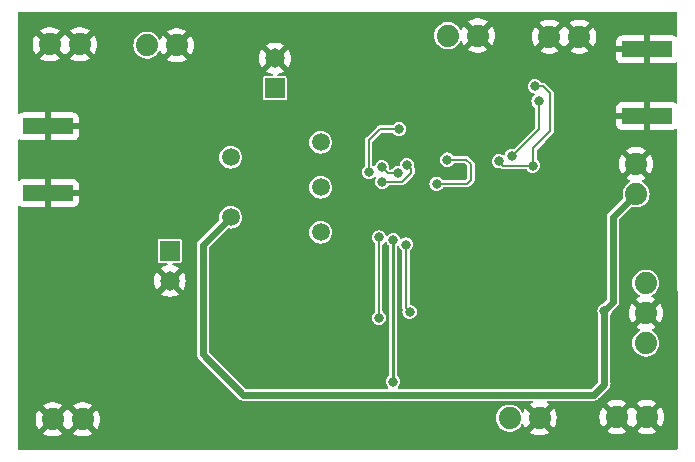
<source format=gbl>
G04 #@! TF.GenerationSoftware,KiCad,Pcbnew,7.0.10*
G04 #@! TF.CreationDate,2024-04-22T16:50:03-07:00*
G04 #@! TF.ProjectId,qsd_revC,7173645f-7265-4764-932e-6b696361645f,rev?*
G04 #@! TF.SameCoordinates,Original*
G04 #@! TF.FileFunction,Copper,L2,Bot*
G04 #@! TF.FilePolarity,Positive*
%FSLAX46Y46*%
G04 Gerber Fmt 4.6, Leading zero omitted, Abs format (unit mm)*
G04 Created by KiCad (PCBNEW 7.0.10) date 2024-04-22 16:50:03*
%MOMM*%
%LPD*%
G01*
G04 APERTURE LIST*
G04 #@! TA.AperFunction,ComponentPad*
%ADD10C,1.879600*%
G04 #@! TD*
G04 #@! TA.AperFunction,SMDPad,CuDef*
%ADD11R,4.200000X1.350000*%
G04 #@! TD*
G04 #@! TA.AperFunction,ComponentPad*
%ADD12R,1.651000X1.651000*%
G04 #@! TD*
G04 #@! TA.AperFunction,ComponentPad*
%ADD13C,1.651000*%
G04 #@! TD*
G04 #@! TA.AperFunction,ComponentPad*
%ADD14C,1.500000*%
G04 #@! TD*
G04 #@! TA.AperFunction,ViaPad*
%ADD15C,0.800000*%
G04 #@! TD*
G04 #@! TA.AperFunction,Conductor*
%ADD16C,0.609600*%
G04 #@! TD*
G04 #@! TA.AperFunction,Conductor*
%ADD17C,0.203200*%
G04 #@! TD*
G04 #@! TA.AperFunction,Conductor*
%ADD18C,0.250000*%
G04 #@! TD*
G04 APERTURE END LIST*
D10*
X158606100Y-90704600D03*
X161146100Y-90704600D03*
X157776100Y-123004600D03*
X155236100Y-123004600D03*
D11*
X166888600Y-97429600D03*
X166888600Y-91779600D03*
D10*
X119096100Y-123104600D03*
X116556100Y-123104600D03*
X166846100Y-122904600D03*
X164306100Y-122904600D03*
X166776100Y-111564600D03*
X166776100Y-114104600D03*
X166776100Y-116644600D03*
D12*
X126476100Y-108834600D03*
D13*
X126476100Y-111374600D03*
D10*
X116306100Y-91354600D03*
X118846100Y-91354600D03*
X152546100Y-90604600D03*
X150006100Y-90604600D03*
D14*
X131616100Y-100914600D03*
X131616100Y-105994600D03*
X139236100Y-99644600D03*
X139236100Y-103454600D03*
X139236100Y-107264600D03*
D11*
X116163600Y-98304600D03*
X116163600Y-103954600D03*
D10*
X165951100Y-101479600D03*
X165951100Y-104019600D03*
X127071100Y-91429600D03*
X124531100Y-91429600D03*
D12*
X135376100Y-95074600D03*
D13*
X135376100Y-92534600D03*
D15*
X163276100Y-113904600D03*
X133996100Y-104294600D03*
X147136100Y-94274600D03*
X155436100Y-95454600D03*
X153976100Y-114404600D03*
X148376100Y-117504600D03*
X156276100Y-116104600D03*
X148376100Y-111404600D03*
X159476100Y-97304600D03*
X158256100Y-104954600D03*
X163706100Y-97594600D03*
X151876100Y-104284600D03*
X148576100Y-92104600D03*
X120076100Y-94804600D03*
X161876100Y-119604600D03*
X138576100Y-90904600D03*
X159456100Y-99704600D03*
X152706100Y-100884600D03*
X145176100Y-97204600D03*
X155376100Y-92304600D03*
X141676100Y-112404600D03*
X134296100Y-99884600D03*
X148976100Y-108404600D03*
X132176100Y-96304600D03*
X126446100Y-95694600D03*
X132986100Y-107614600D03*
X155526100Y-105134600D03*
X123776100Y-116104600D03*
X153046100Y-102504600D03*
X163476100Y-91614600D03*
X140006100Y-123364600D03*
X159576100Y-113604600D03*
X150976100Y-97404600D03*
X141296100Y-102014600D03*
X131186100Y-113884600D03*
X136796100Y-107844600D03*
X116836100Y-119364600D03*
X155176100Y-109804600D03*
X168376100Y-108104600D03*
X149976100Y-114604600D03*
X123726100Y-104994600D03*
X156176100Y-108004600D03*
X143476100Y-119804600D03*
X148476100Y-105004600D03*
X126476100Y-105004600D03*
X129276100Y-123174600D03*
X141476100Y-108904600D03*
X159076100Y-108504600D03*
X159466100Y-101714600D03*
X117706100Y-109624600D03*
X137676100Y-115704600D03*
X148676100Y-101104600D03*
X160076100Y-119704600D03*
X146476100Y-108304600D03*
X145766100Y-102254600D03*
X146776100Y-114004600D03*
X144426100Y-101764600D03*
X143326100Y-102164600D03*
X145876100Y-98514600D03*
X145401100Y-107929600D03*
X145376100Y-119904600D03*
X144456100Y-102984600D03*
X144176100Y-114504600D03*
X144201100Y-107704600D03*
X146546100Y-101574600D03*
X149956100Y-101114600D03*
X149066100Y-103144600D03*
X155406100Y-100794600D03*
X157696100Y-96164600D03*
X157376100Y-94904600D03*
X154336100Y-101254600D03*
X157216100Y-101614600D03*
D16*
X163276100Y-113904600D02*
X163276100Y-120104600D01*
X129276100Y-108334600D02*
X131616100Y-105994600D01*
X162376100Y-121004600D02*
X132676100Y-121004600D01*
X129276100Y-117604600D02*
X129276100Y-108334600D01*
X163976100Y-105994600D02*
X165951100Y-104019600D01*
X163276100Y-120104600D02*
X162376100Y-121004600D01*
X163976100Y-113204600D02*
X163276100Y-113904600D01*
X163976100Y-105994600D02*
X163976100Y-113204600D01*
X132676100Y-121004600D02*
X129276100Y-117604600D01*
D17*
X145766100Y-102254600D02*
X144916100Y-102254600D01*
X146476100Y-108304600D02*
X146476100Y-113704600D01*
X144916100Y-102254600D02*
X144426100Y-101764600D01*
X146476100Y-113704600D02*
X146776100Y-114004600D01*
X144246100Y-98514600D02*
X145876100Y-98514600D01*
X143326100Y-99434600D02*
X144246100Y-98514600D01*
X143326100Y-102164600D02*
X143326100Y-99434600D01*
D18*
X145401100Y-107929600D02*
X145376100Y-107954600D01*
X145376100Y-107954600D02*
X145376100Y-119904600D01*
D17*
X144201100Y-107704600D02*
X144176100Y-107729600D01*
X146906100Y-101934600D02*
X146546100Y-101574600D01*
X144456100Y-102984600D02*
X146126100Y-102984600D01*
X144176100Y-107729600D02*
X144176100Y-114504600D01*
X146906100Y-102204600D02*
X146906100Y-101934600D01*
X146126100Y-102984600D02*
X146906100Y-102204600D01*
X151976100Y-102804600D02*
X151976100Y-101504600D01*
X151576100Y-101104600D02*
X149966100Y-101104600D01*
X149066100Y-103144600D02*
X151636100Y-103144600D01*
X149966100Y-101104600D02*
X149956100Y-101114600D01*
X151636100Y-103144600D02*
X151976100Y-102804600D01*
X151976100Y-101504600D02*
X151576100Y-101104600D01*
X157696100Y-98504600D02*
X157696100Y-96164600D01*
X155406100Y-100794600D02*
X157696100Y-98504600D01*
X157216100Y-101614600D02*
X157216100Y-100164600D01*
X157216100Y-101614600D02*
X154696100Y-101614600D01*
X157976100Y-99404600D02*
X158676100Y-98704600D01*
X158076100Y-94904600D02*
X157376100Y-94904600D01*
X158676100Y-95504600D02*
X158076100Y-94904600D01*
X157216100Y-100164600D02*
X157976100Y-99404600D01*
X154696100Y-101614600D02*
X154336100Y-101254600D01*
X158676100Y-98704600D02*
X158676100Y-95504600D01*
G04 #@! TA.AperFunction,Conductor*
G36*
X169350089Y-88606094D02*
G01*
X169409218Y-88625309D01*
X169445761Y-88675610D01*
X169450684Y-88706626D01*
X169451969Y-90615862D01*
X169432796Y-90675006D01*
X169382520Y-90711585D01*
X169320346Y-90711627D01*
X169291082Y-90696465D01*
X169234558Y-90654152D01*
X169234559Y-90654152D01*
X169097694Y-90603105D01*
X169037190Y-90596600D01*
X167142600Y-90596600D01*
X167142600Y-92962600D01*
X169037190Y-92962600D01*
X169097693Y-92956094D01*
X169097695Y-92956094D01*
X169234559Y-92905047D01*
X169292648Y-92861562D01*
X169351499Y-92841506D01*
X169410898Y-92859872D01*
X169448158Y-92909645D01*
X169453536Y-92942028D01*
X169455776Y-96268712D01*
X169436603Y-96327856D01*
X169386328Y-96364435D01*
X169324153Y-96364477D01*
X169294889Y-96349315D01*
X169234558Y-96304152D01*
X169234559Y-96304152D01*
X169097694Y-96253105D01*
X169037190Y-96246600D01*
X167142600Y-96246600D01*
X167142600Y-98612600D01*
X169037190Y-98612600D01*
X169097693Y-98606094D01*
X169097695Y-98606094D01*
X169234559Y-98555047D01*
X169296451Y-98508715D01*
X169355302Y-98488659D01*
X169414701Y-98507025D01*
X169451961Y-98556798D01*
X169457339Y-98589181D01*
X169475514Y-125578432D01*
X169456341Y-125637576D01*
X169406066Y-125674155D01*
X169374914Y-125679100D01*
X113702200Y-125679100D01*
X113643069Y-125659887D01*
X113606524Y-125609587D01*
X113601600Y-125578500D01*
X113601600Y-123104605D01*
X115103338Y-123104605D01*
X115123150Y-123343710D01*
X115182053Y-123576311D01*
X115278435Y-123796040D01*
X115368141Y-123933346D01*
X116065293Y-123236194D01*
X116089255Y-123317801D01*
X116168231Y-123440690D01*
X116278630Y-123536352D01*
X116411508Y-123597035D01*
X116421445Y-123598463D01*
X115726420Y-124293488D01*
X115726420Y-124293490D01*
X115761508Y-124320800D01*
X115761519Y-124320807D01*
X115972531Y-124435000D01*
X115972532Y-124435001D01*
X116199468Y-124512907D01*
X116436126Y-124552399D01*
X116436136Y-124552400D01*
X116676064Y-124552400D01*
X116676073Y-124552399D01*
X116912731Y-124512907D01*
X117139667Y-124435001D01*
X117139668Y-124435000D01*
X117350681Y-124320806D01*
X117385778Y-124293489D01*
X117385779Y-124293489D01*
X116690753Y-123598463D01*
X116700692Y-123597035D01*
X116833570Y-123536352D01*
X116943969Y-123440690D01*
X117022945Y-123317801D01*
X117046906Y-123236195D01*
X117744057Y-123933347D01*
X117746306Y-123933113D01*
X117790305Y-123897684D01*
X117852403Y-123894601D01*
X117904453Y-123928606D01*
X117907878Y-123933320D01*
X117908141Y-123933347D01*
X118605293Y-123236194D01*
X118629255Y-123317801D01*
X118708231Y-123440690D01*
X118818630Y-123536352D01*
X118951508Y-123597035D01*
X118961445Y-123598463D01*
X118266420Y-124293488D01*
X118266420Y-124293490D01*
X118301508Y-124320800D01*
X118301519Y-124320807D01*
X118512531Y-124435000D01*
X118512532Y-124435001D01*
X118739468Y-124512907D01*
X118976126Y-124552399D01*
X118976136Y-124552400D01*
X119216064Y-124552400D01*
X119216073Y-124552399D01*
X119452731Y-124512907D01*
X119679667Y-124435001D01*
X119679668Y-124435000D01*
X119890681Y-124320806D01*
X119925778Y-124293489D01*
X119925779Y-124293489D01*
X119230753Y-123598463D01*
X119240692Y-123597035D01*
X119373570Y-123536352D01*
X119483969Y-123440690D01*
X119562945Y-123317801D01*
X119586906Y-123236196D01*
X120284057Y-123933347D01*
X120373762Y-123796043D01*
X120470146Y-123576311D01*
X120529049Y-123343710D01*
X120548862Y-123104605D01*
X120548862Y-123104594D01*
X120529049Y-122865489D01*
X120470146Y-122632888D01*
X120373762Y-122413156D01*
X120284057Y-122275852D01*
X119586906Y-122973003D01*
X119562945Y-122891399D01*
X119483969Y-122768510D01*
X119373570Y-122672848D01*
X119240692Y-122612165D01*
X119230752Y-122610735D01*
X119925778Y-121915710D01*
X119890678Y-121888391D01*
X119679668Y-121774199D01*
X119679667Y-121774198D01*
X119452731Y-121696292D01*
X119216073Y-121656800D01*
X118976126Y-121656800D01*
X118739468Y-121696292D01*
X118512532Y-121774198D01*
X118512531Y-121774199D01*
X118301519Y-121888392D01*
X118301509Y-121888399D01*
X118266420Y-121915709D01*
X118961446Y-122610736D01*
X118951508Y-122612165D01*
X118818630Y-122672848D01*
X118708231Y-122768510D01*
X118629255Y-122891399D01*
X118605293Y-122973003D01*
X117908141Y-122275851D01*
X117905890Y-122276084D01*
X117861890Y-122311515D01*
X117799792Y-122314597D01*
X117747743Y-122280590D01*
X117744320Y-122275879D01*
X117744057Y-122275851D01*
X117046905Y-122973002D01*
X117022945Y-122891399D01*
X116943969Y-122768510D01*
X116833570Y-122672848D01*
X116700692Y-122612165D01*
X116690752Y-122610735D01*
X117385778Y-121915710D01*
X117350678Y-121888391D01*
X117139668Y-121774199D01*
X117139667Y-121774198D01*
X116912731Y-121696292D01*
X116676073Y-121656800D01*
X116436126Y-121656800D01*
X116199468Y-121696292D01*
X115972532Y-121774198D01*
X115972531Y-121774199D01*
X115761519Y-121888392D01*
X115761509Y-121888399D01*
X115726420Y-121915709D01*
X116421446Y-122610736D01*
X116411508Y-122612165D01*
X116278630Y-122672848D01*
X116168231Y-122768510D01*
X116089255Y-122891399D01*
X116065293Y-122973003D01*
X115368142Y-122275852D01*
X115278435Y-122413159D01*
X115182053Y-122632888D01*
X115123150Y-122865489D01*
X115103338Y-123104594D01*
X115103338Y-123104605D01*
X113601600Y-123104605D01*
X113601600Y-117567949D01*
X128763680Y-117567949D01*
X128767344Y-117619182D01*
X128767600Y-117626358D01*
X128767600Y-117640970D01*
X128769679Y-117655436D01*
X128770445Y-117662568D01*
X128774110Y-117713800D01*
X128776779Y-117720956D01*
X128782095Y-117741783D01*
X128783181Y-117749334D01*
X128783182Y-117749338D01*
X128804510Y-117796040D01*
X128807257Y-117802671D01*
X128825211Y-117850803D01*
X128825210Y-117850803D01*
X128829784Y-117856913D01*
X128840754Y-117875402D01*
X128843924Y-117882343D01*
X128877555Y-117921155D01*
X128882053Y-117926737D01*
X128890819Y-117938447D01*
X128901162Y-117948790D01*
X128906055Y-117954046D01*
X128939675Y-117992846D01*
X128939676Y-117992847D01*
X128939679Y-117992850D01*
X128946092Y-117996971D01*
X128962837Y-118010465D01*
X132270233Y-121317861D01*
X132283726Y-121334605D01*
X132287848Y-121341019D01*
X132287852Y-121341024D01*
X132323610Y-121372007D01*
X132326648Y-121374640D01*
X132326652Y-121374643D01*
X132331909Y-121379537D01*
X132342252Y-121389880D01*
X132353965Y-121398649D01*
X132359554Y-121403153D01*
X132387609Y-121427463D01*
X132398357Y-121436776D01*
X132404381Y-121439527D01*
X132405292Y-121439943D01*
X132423785Y-121450914D01*
X132429896Y-121455489D01*
X132478023Y-121473438D01*
X132484637Y-121476178D01*
X132531366Y-121497519D01*
X132538911Y-121498603D01*
X132559759Y-121503924D01*
X132566899Y-121506588D01*
X132618128Y-121510252D01*
X132625262Y-121511020D01*
X132639732Y-121513100D01*
X132654345Y-121513100D01*
X132661521Y-121513356D01*
X132665224Y-121513620D01*
X132712749Y-121517020D01*
X132718155Y-121515844D01*
X132720202Y-121515399D01*
X132741584Y-121513100D01*
X157092957Y-121513100D01*
X157152088Y-121532313D01*
X157188633Y-121582613D01*
X157188633Y-121644787D01*
X157152088Y-121695087D01*
X157140837Y-121702175D01*
X156981519Y-121788392D01*
X156981509Y-121788399D01*
X156946420Y-121815709D01*
X157641446Y-122510736D01*
X157631508Y-122512165D01*
X157498630Y-122572848D01*
X157388231Y-122668510D01*
X157309255Y-122791399D01*
X157285293Y-122873003D01*
X156588142Y-122175852D01*
X156498435Y-122313159D01*
X156430608Y-122467790D01*
X156389260Y-122514223D01*
X156328517Y-122527484D01*
X156271579Y-122502509D01*
X156248428Y-122472220D01*
X156212492Y-122400051D01*
X156212485Y-122400040D01*
X156084780Y-122230931D01*
X155928170Y-122088162D01*
X155928165Y-122088158D01*
X155747985Y-121976595D01*
X155747981Y-121976593D01*
X155550372Y-121900039D01*
X155550367Y-121900038D01*
X155342063Y-121861100D01*
X155342061Y-121861100D01*
X155130139Y-121861100D01*
X155130137Y-121861100D01*
X154921832Y-121900038D01*
X154921827Y-121900039D01*
X154724218Y-121976593D01*
X154724214Y-121976595D01*
X154544034Y-122088158D01*
X154544029Y-122088162D01*
X154387419Y-122230931D01*
X154259714Y-122400040D01*
X154259708Y-122400051D01*
X154165253Y-122589741D01*
X154165250Y-122589747D01*
X154107254Y-122793585D01*
X154107254Y-122793586D01*
X154087701Y-123004600D01*
X154107254Y-123215613D01*
X154107254Y-123215614D01*
X154165250Y-123419452D01*
X154165253Y-123419458D01*
X154259708Y-123609148D01*
X154259714Y-123609159D01*
X154387419Y-123778268D01*
X154544029Y-123921037D01*
X154544033Y-123921040D01*
X154544035Y-123921042D01*
X154724215Y-124032605D01*
X154921826Y-124109160D01*
X154972950Y-124118716D01*
X155130137Y-124148100D01*
X155130139Y-124148100D01*
X155342062Y-124148100D01*
X155420655Y-124133408D01*
X155550374Y-124109160D01*
X155747985Y-124032605D01*
X155928165Y-123921042D01*
X156084777Y-123778271D01*
X156084777Y-123778270D01*
X156084780Y-123778268D01*
X156182624Y-123648700D01*
X156212489Y-123609154D01*
X156248428Y-123536977D01*
X156291983Y-123492611D01*
X156353299Y-123482317D01*
X156408955Y-123510031D01*
X156430608Y-123541409D01*
X156498435Y-123696040D01*
X156588141Y-123833346D01*
X157285293Y-123136194D01*
X157309255Y-123217801D01*
X157388231Y-123340690D01*
X157498630Y-123436352D01*
X157631508Y-123497035D01*
X157641445Y-123498463D01*
X156946420Y-124193488D01*
X156946420Y-124193490D01*
X156981508Y-124220800D01*
X156981519Y-124220807D01*
X157192531Y-124335000D01*
X157192532Y-124335001D01*
X157419468Y-124412907D01*
X157656126Y-124452399D01*
X157656136Y-124452400D01*
X157896064Y-124452400D01*
X157896073Y-124452399D01*
X158132731Y-124412907D01*
X158359667Y-124335001D01*
X158359668Y-124335000D01*
X158570681Y-124220806D01*
X158605778Y-124193489D01*
X158605779Y-124193489D01*
X157910753Y-123498463D01*
X157920692Y-123497035D01*
X158053570Y-123436352D01*
X158163969Y-123340690D01*
X158242945Y-123217801D01*
X158266906Y-123136196D01*
X158964057Y-123833347D01*
X159053762Y-123696043D01*
X159150146Y-123476311D01*
X159209049Y-123243710D01*
X159228862Y-123004605D01*
X159228862Y-123004594D01*
X159220577Y-122904605D01*
X162853338Y-122904605D01*
X162873150Y-123143710D01*
X162932053Y-123376311D01*
X163028435Y-123596040D01*
X163118141Y-123733346D01*
X163815293Y-123036194D01*
X163839255Y-123117801D01*
X163918231Y-123240690D01*
X164028630Y-123336352D01*
X164161508Y-123397035D01*
X164171445Y-123398463D01*
X163476420Y-124093488D01*
X163476420Y-124093490D01*
X163511508Y-124120800D01*
X163511519Y-124120807D01*
X163722531Y-124235000D01*
X163722532Y-124235001D01*
X163949468Y-124312907D01*
X164186126Y-124352399D01*
X164186136Y-124352400D01*
X164426064Y-124352400D01*
X164426073Y-124352399D01*
X164662731Y-124312907D01*
X164889667Y-124235001D01*
X164889668Y-124235000D01*
X165100681Y-124120806D01*
X165135778Y-124093489D01*
X165135779Y-124093489D01*
X164440753Y-123398463D01*
X164450692Y-123397035D01*
X164583570Y-123336352D01*
X164693969Y-123240690D01*
X164772945Y-123117801D01*
X164796906Y-123036195D01*
X165494057Y-123733347D01*
X165496306Y-123733113D01*
X165540305Y-123697684D01*
X165602403Y-123694601D01*
X165654453Y-123728606D01*
X165657878Y-123733320D01*
X165658141Y-123733347D01*
X166355293Y-123036194D01*
X166379255Y-123117801D01*
X166458231Y-123240690D01*
X166568630Y-123336352D01*
X166701508Y-123397035D01*
X166711445Y-123398463D01*
X166016420Y-124093488D01*
X166016420Y-124093490D01*
X166051508Y-124120800D01*
X166051519Y-124120807D01*
X166262531Y-124235000D01*
X166262532Y-124235001D01*
X166489468Y-124312907D01*
X166726126Y-124352399D01*
X166726136Y-124352400D01*
X166966064Y-124352400D01*
X166966073Y-124352399D01*
X167202731Y-124312907D01*
X167429667Y-124235001D01*
X167429668Y-124235000D01*
X167640681Y-124120806D01*
X167675778Y-124093489D01*
X167675779Y-124093489D01*
X166980753Y-123398463D01*
X166990692Y-123397035D01*
X167123570Y-123336352D01*
X167233969Y-123240690D01*
X167312945Y-123117801D01*
X167336906Y-123036196D01*
X168034057Y-123733347D01*
X168123762Y-123596043D01*
X168220146Y-123376311D01*
X168279049Y-123143710D01*
X168298862Y-122904605D01*
X168298862Y-122904594D01*
X168279049Y-122665489D01*
X168220146Y-122432888D01*
X168123762Y-122213156D01*
X168034057Y-122075852D01*
X167336906Y-122773003D01*
X167312945Y-122691399D01*
X167233969Y-122568510D01*
X167123570Y-122472848D01*
X166990692Y-122412165D01*
X166980752Y-122410735D01*
X167675778Y-121715710D01*
X167640678Y-121688391D01*
X167429668Y-121574199D01*
X167429667Y-121574198D01*
X167202731Y-121496292D01*
X166966073Y-121456800D01*
X166726126Y-121456800D01*
X166489468Y-121496292D01*
X166262532Y-121574198D01*
X166262531Y-121574199D01*
X166051519Y-121688392D01*
X166051509Y-121688399D01*
X166016420Y-121715709D01*
X166711446Y-122410736D01*
X166701508Y-122412165D01*
X166568630Y-122472848D01*
X166458231Y-122568510D01*
X166379255Y-122691399D01*
X166355293Y-122773003D01*
X165658141Y-122075851D01*
X165655890Y-122076084D01*
X165611890Y-122111515D01*
X165549792Y-122114597D01*
X165497743Y-122080590D01*
X165494320Y-122075879D01*
X165494057Y-122075851D01*
X164796905Y-122773002D01*
X164772945Y-122691399D01*
X164693969Y-122568510D01*
X164583570Y-122472848D01*
X164450692Y-122412165D01*
X164440752Y-122410735D01*
X165135778Y-121715710D01*
X165100678Y-121688391D01*
X164889668Y-121574199D01*
X164889667Y-121574198D01*
X164662731Y-121496292D01*
X164426073Y-121456800D01*
X164186126Y-121456800D01*
X163949468Y-121496292D01*
X163722532Y-121574198D01*
X163722531Y-121574199D01*
X163511519Y-121688392D01*
X163511509Y-121688399D01*
X163476420Y-121715709D01*
X164171446Y-122410736D01*
X164161508Y-122412165D01*
X164028630Y-122472848D01*
X163918231Y-122568510D01*
X163839255Y-122691399D01*
X163815293Y-122773003D01*
X163118142Y-122075852D01*
X163028435Y-122213159D01*
X162932053Y-122432888D01*
X162873150Y-122665489D01*
X162853338Y-122904594D01*
X162853338Y-122904605D01*
X159220577Y-122904605D01*
X159209049Y-122765489D01*
X159150146Y-122532888D01*
X159053762Y-122313156D01*
X158964057Y-122175852D01*
X158266906Y-122873003D01*
X158242945Y-122791399D01*
X158163969Y-122668510D01*
X158053570Y-122572848D01*
X157920692Y-122512165D01*
X157910752Y-122510735D01*
X158605778Y-121815710D01*
X158570678Y-121788391D01*
X158411363Y-121702175D01*
X158368503Y-121657135D01*
X158360302Y-121595504D01*
X158389894Y-121540823D01*
X158445974Y-121513979D01*
X158459243Y-121513100D01*
X162310616Y-121513100D01*
X162331998Y-121515399D01*
X162334561Y-121515956D01*
X162339451Y-121517020D01*
X162390683Y-121513355D01*
X162397858Y-121513100D01*
X162412469Y-121513100D01*
X162422009Y-121511727D01*
X162426927Y-121511020D01*
X162434050Y-121510254D01*
X162485301Y-121506589D01*
X162492451Y-121503921D01*
X162513282Y-121498604D01*
X162520834Y-121497519D01*
X162520838Y-121497517D01*
X162520839Y-121497517D01*
X162567546Y-121476186D01*
X162574167Y-121473442D01*
X162622304Y-121455489D01*
X162628405Y-121450921D01*
X162646909Y-121439941D01*
X162653843Y-121436776D01*
X162692660Y-121403139D01*
X162698220Y-121398658D01*
X162709948Y-121389880D01*
X162720299Y-121379527D01*
X162725526Y-121374660D01*
X162764350Y-121341021D01*
X162768472Y-121334605D01*
X162781961Y-121317865D01*
X163589365Y-120510461D01*
X163606105Y-120496972D01*
X163612521Y-120492850D01*
X163646160Y-120454026D01*
X163651027Y-120448799D01*
X163661380Y-120438448D01*
X163670158Y-120426720D01*
X163674639Y-120421160D01*
X163708276Y-120382343D01*
X163711443Y-120375406D01*
X163722420Y-120356906D01*
X163726989Y-120350804D01*
X163744943Y-120302662D01*
X163747672Y-120296075D01*
X163769019Y-120249334D01*
X163770103Y-120241789D01*
X163775425Y-120220937D01*
X163778088Y-120213801D01*
X163781753Y-120162553D01*
X163782520Y-120155431D01*
X163784600Y-120140968D01*
X163784600Y-120126354D01*
X163784856Y-120119177D01*
X163788520Y-120067952D01*
X163786899Y-120060499D01*
X163784600Y-120039117D01*
X163784600Y-114267746D01*
X163801547Y-114215587D01*
X163800132Y-114214770D01*
X163803428Y-114209058D01*
X163803431Y-114209055D01*
X163846696Y-114104605D01*
X165323338Y-114104605D01*
X165343150Y-114343710D01*
X165402053Y-114576311D01*
X165498435Y-114796040D01*
X165588141Y-114933346D01*
X166285293Y-114236194D01*
X166309255Y-114317801D01*
X166388231Y-114440690D01*
X166498630Y-114536352D01*
X166631508Y-114597035D01*
X166641445Y-114598463D01*
X165946420Y-115293488D01*
X165946420Y-115293490D01*
X165981508Y-115320800D01*
X165981519Y-115320807D01*
X166192530Y-115434999D01*
X166226538Y-115446674D01*
X166276228Y-115484045D01*
X166294461Y-115543485D01*
X166274275Y-115602291D01*
X166246835Y-115627356D01*
X166084030Y-115728161D01*
X166084029Y-115728162D01*
X165927419Y-115870931D01*
X165799714Y-116040040D01*
X165799708Y-116040051D01*
X165705253Y-116229741D01*
X165705250Y-116229747D01*
X165647254Y-116433585D01*
X165647254Y-116433586D01*
X165627701Y-116644600D01*
X165647254Y-116855613D01*
X165647254Y-116855614D01*
X165705250Y-117059452D01*
X165705253Y-117059458D01*
X165799708Y-117249148D01*
X165799714Y-117249159D01*
X165927419Y-117418268D01*
X166084029Y-117561037D01*
X166084033Y-117561040D01*
X166084035Y-117561042D01*
X166264215Y-117672605D01*
X166461826Y-117749160D01*
X166512950Y-117758716D01*
X166670137Y-117788100D01*
X166670139Y-117788100D01*
X166882062Y-117788100D01*
X166960655Y-117773408D01*
X167090374Y-117749160D01*
X167287985Y-117672605D01*
X167468165Y-117561042D01*
X167624777Y-117418271D01*
X167624777Y-117418270D01*
X167624780Y-117418268D01*
X167752485Y-117249159D01*
X167752489Y-117249154D01*
X167846950Y-117059450D01*
X167904945Y-116855618D01*
X167924499Y-116644600D01*
X167904945Y-116433582D01*
X167846950Y-116229750D01*
X167752489Y-116040046D01*
X167752486Y-116040042D01*
X167752485Y-116040040D01*
X167624780Y-115870931D01*
X167468170Y-115728162D01*
X167468165Y-115728158D01*
X167305365Y-115627356D01*
X167265205Y-115579892D01*
X167260613Y-115517887D01*
X167293344Y-115465026D01*
X167325662Y-115446674D01*
X167359668Y-115435000D01*
X167570681Y-115320806D01*
X167605778Y-115293489D01*
X167605779Y-115293489D01*
X166910753Y-114598463D01*
X166920692Y-114597035D01*
X167053570Y-114536352D01*
X167163969Y-114440690D01*
X167242945Y-114317801D01*
X167266906Y-114236196D01*
X167964057Y-114933347D01*
X168053762Y-114796043D01*
X168150146Y-114576311D01*
X168209049Y-114343710D01*
X168228862Y-114104605D01*
X168228862Y-114104594D01*
X168209049Y-113865489D01*
X168150146Y-113632888D01*
X168053762Y-113413156D01*
X167964057Y-113275852D01*
X167266906Y-113973003D01*
X167242945Y-113891399D01*
X167163969Y-113768510D01*
X167053570Y-113672848D01*
X166920692Y-113612165D01*
X166910752Y-113610735D01*
X167605778Y-112915710D01*
X167570678Y-112888391D01*
X167359668Y-112774199D01*
X167359664Y-112774197D01*
X167325660Y-112762524D01*
X167275971Y-112725153D01*
X167257738Y-112665712D01*
X167277925Y-112606907D01*
X167305362Y-112581845D01*
X167468165Y-112481042D01*
X167624777Y-112338271D01*
X167624777Y-112338270D01*
X167624780Y-112338268D01*
X167752485Y-112169159D01*
X167752489Y-112169154D01*
X167846950Y-111979450D01*
X167904945Y-111775618D01*
X167924499Y-111564600D01*
X167904945Y-111353582D01*
X167846950Y-111149750D01*
X167843164Y-111142147D01*
X167752491Y-110960051D01*
X167752489Y-110960046D01*
X167752486Y-110960042D01*
X167752485Y-110960040D01*
X167624780Y-110790931D01*
X167468170Y-110648162D01*
X167468165Y-110648158D01*
X167287985Y-110536595D01*
X167287981Y-110536593D01*
X167090372Y-110460039D01*
X167090367Y-110460038D01*
X166882063Y-110421100D01*
X166882061Y-110421100D01*
X166670139Y-110421100D01*
X166670137Y-110421100D01*
X166461832Y-110460038D01*
X166461827Y-110460039D01*
X166264218Y-110536593D01*
X166264214Y-110536595D01*
X166084034Y-110648158D01*
X166084029Y-110648162D01*
X165927419Y-110790931D01*
X165799714Y-110960040D01*
X165799708Y-110960051D01*
X165705253Y-111149741D01*
X165705250Y-111149747D01*
X165647254Y-111353585D01*
X165647254Y-111353586D01*
X165627701Y-111564600D01*
X165647254Y-111775613D01*
X165647254Y-111775614D01*
X165705250Y-111979452D01*
X165705253Y-111979458D01*
X165799708Y-112169148D01*
X165799714Y-112169159D01*
X165927419Y-112338268D01*
X166084029Y-112481037D01*
X166084033Y-112481040D01*
X166084035Y-112481042D01*
X166169336Y-112533858D01*
X166246834Y-112581843D01*
X166286994Y-112629307D01*
X166291586Y-112691311D01*
X166258855Y-112744173D01*
X166226540Y-112762524D01*
X166192532Y-112774198D01*
X166192531Y-112774199D01*
X165981519Y-112888392D01*
X165981509Y-112888399D01*
X165946420Y-112915709D01*
X166641446Y-113610736D01*
X166631508Y-113612165D01*
X166498630Y-113672848D01*
X166388231Y-113768510D01*
X166309255Y-113891399D01*
X166285293Y-113973003D01*
X165588142Y-113275852D01*
X165498435Y-113413159D01*
X165402053Y-113632888D01*
X165343150Y-113865489D01*
X165323338Y-114104594D01*
X165323338Y-114104605D01*
X163846696Y-114104605D01*
X163859358Y-114074035D01*
X163864260Y-114062200D01*
X163865967Y-114055830D01*
X163868127Y-114056408D01*
X163890592Y-114009284D01*
X163892407Y-114007419D01*
X164289365Y-113610461D01*
X164306105Y-113596972D01*
X164312521Y-113592850D01*
X164346159Y-113554027D01*
X164351043Y-113548784D01*
X164361378Y-113538450D01*
X164361378Y-113538449D01*
X164361380Y-113538448D01*
X164370141Y-113526742D01*
X164374644Y-113521156D01*
X164408273Y-113482346D01*
X164408272Y-113482346D01*
X164408276Y-113482343D01*
X164411448Y-113475395D01*
X164422416Y-113456910D01*
X164426988Y-113450804D01*
X164444940Y-113402669D01*
X164447675Y-113396068D01*
X164469019Y-113349334D01*
X164470103Y-113341789D01*
X164475424Y-113320941D01*
X164478088Y-113313801D01*
X164481752Y-113262564D01*
X164482514Y-113255468D01*
X164484600Y-113240968D01*
X164484600Y-113226345D01*
X164484856Y-113219169D01*
X164484957Y-113217748D01*
X164488519Y-113167952D01*
X164486899Y-113160504D01*
X164484600Y-113139122D01*
X164484600Y-106246897D01*
X164503813Y-106187766D01*
X164514059Y-106175768D01*
X165539627Y-105150199D01*
X165595023Y-105121975D01*
X165632086Y-105124202D01*
X165632254Y-105123305D01*
X165636824Y-105124159D01*
X165636826Y-105124160D01*
X165735929Y-105142685D01*
X165845137Y-105163100D01*
X165845139Y-105163100D01*
X166057062Y-105163100D01*
X166135655Y-105148408D01*
X166265374Y-105124160D01*
X166462985Y-105047605D01*
X166643165Y-104936042D01*
X166799777Y-104793271D01*
X166799777Y-104793270D01*
X166799780Y-104793268D01*
X166927485Y-104624159D01*
X166927489Y-104624154D01*
X167021950Y-104434450D01*
X167079945Y-104230618D01*
X167099499Y-104019600D01*
X167079945Y-103808582D01*
X167021950Y-103604750D01*
X167007216Y-103575161D01*
X166975119Y-103510701D01*
X166927489Y-103415046D01*
X166927486Y-103415042D01*
X166927485Y-103415040D01*
X166799780Y-103245931D01*
X166643170Y-103103162D01*
X166643165Y-103103158D01*
X166480365Y-103002356D01*
X166440205Y-102954892D01*
X166435613Y-102892887D01*
X166468344Y-102840026D01*
X166500662Y-102821674D01*
X166534668Y-102810000D01*
X166745681Y-102695806D01*
X166780778Y-102668489D01*
X166780779Y-102668489D01*
X166085753Y-101973463D01*
X166095692Y-101972035D01*
X166228570Y-101911352D01*
X166338969Y-101815690D01*
X166417945Y-101692801D01*
X166441906Y-101611196D01*
X167139057Y-102308347D01*
X167228762Y-102171043D01*
X167325146Y-101951311D01*
X167384049Y-101718710D01*
X167403862Y-101479605D01*
X167403862Y-101479594D01*
X167384049Y-101240489D01*
X167325146Y-101007888D01*
X167228762Y-100788156D01*
X167139057Y-100650852D01*
X166441906Y-101348003D01*
X166417945Y-101266399D01*
X166338969Y-101143510D01*
X166228570Y-101047848D01*
X166095692Y-100987165D01*
X166085752Y-100985735D01*
X166780778Y-100290710D01*
X166745678Y-100263391D01*
X166534668Y-100149199D01*
X166534667Y-100149198D01*
X166307731Y-100071292D01*
X166071073Y-100031800D01*
X165831126Y-100031800D01*
X165594468Y-100071292D01*
X165367532Y-100149198D01*
X165367531Y-100149199D01*
X165156519Y-100263392D01*
X165156509Y-100263399D01*
X165121420Y-100290709D01*
X165816446Y-100985736D01*
X165806508Y-100987165D01*
X165673630Y-101047848D01*
X165563231Y-101143510D01*
X165484255Y-101266399D01*
X165460293Y-101348003D01*
X164763142Y-100650852D01*
X164673435Y-100788159D01*
X164577053Y-101007888D01*
X164518150Y-101240489D01*
X164498338Y-101479594D01*
X164498338Y-101479605D01*
X164518150Y-101718710D01*
X164577053Y-101951311D01*
X164673435Y-102171040D01*
X164763141Y-102308346D01*
X165460293Y-101611194D01*
X165484255Y-101692801D01*
X165563231Y-101815690D01*
X165673630Y-101911352D01*
X165806508Y-101972035D01*
X165816445Y-101973463D01*
X165121420Y-102668488D01*
X165121420Y-102668490D01*
X165156508Y-102695800D01*
X165156519Y-102695807D01*
X165367530Y-102809999D01*
X165401538Y-102821674D01*
X165451228Y-102859045D01*
X165469461Y-102918485D01*
X165449275Y-102977291D01*
X165421835Y-103002356D01*
X165259030Y-103103161D01*
X165259029Y-103103162D01*
X165102419Y-103245931D01*
X164974714Y-103415040D01*
X164974708Y-103415051D01*
X164880253Y-103604741D01*
X164880250Y-103604747D01*
X164822254Y-103808585D01*
X164822254Y-103808586D01*
X164802701Y-104019600D01*
X164822254Y-104230613D01*
X164822254Y-104230614D01*
X164850088Y-104328442D01*
X164847790Y-104390574D01*
X164824463Y-104427107D01*
X163662835Y-105588735D01*
X163646093Y-105602227D01*
X163639682Y-105606347D01*
X163639678Y-105606350D01*
X163606046Y-105645162D01*
X163601160Y-105650409D01*
X163590826Y-105660743D01*
X163590818Y-105660753D01*
X163582053Y-105672461D01*
X163577553Y-105678045D01*
X163543924Y-105716856D01*
X163543921Y-105716861D01*
X163540753Y-105723798D01*
X163529785Y-105742285D01*
X163525212Y-105748394D01*
X163507262Y-105796515D01*
X163504516Y-105803142D01*
X163483181Y-105849861D01*
X163483181Y-105849862D01*
X163482095Y-105857416D01*
X163476781Y-105878239D01*
X163474110Y-105885400D01*
X163470445Y-105936633D01*
X163469679Y-105943764D01*
X163467600Y-105958230D01*
X163467600Y-105972841D01*
X163467344Y-105980017D01*
X163463680Y-106031249D01*
X163465301Y-106038701D01*
X163467600Y-106060084D01*
X163467600Y-112952301D01*
X163448387Y-113011432D01*
X163438135Y-113023436D01*
X163173315Y-113288255D01*
X163124447Y-113313153D01*
X163124871Y-113314733D01*
X163118504Y-113316438D01*
X163118503Y-113316439D01*
X163118501Y-113316439D01*
X163118500Y-113316440D01*
X162971650Y-113377266D01*
X162971643Y-113377270D01*
X162845539Y-113474033D01*
X162845533Y-113474039D01*
X162748770Y-113600143D01*
X162748766Y-113600150D01*
X162687938Y-113747002D01*
X162667191Y-113904596D01*
X162667191Y-113904603D01*
X162687938Y-114062197D01*
X162748768Y-114209054D01*
X162752068Y-114214770D01*
X162750132Y-114215887D01*
X162767565Y-114265105D01*
X162767600Y-114267746D01*
X162767600Y-119852302D01*
X162748387Y-119911433D01*
X162738135Y-119923437D01*
X162194937Y-120466635D01*
X162139539Y-120494861D01*
X162123802Y-120496100D01*
X145887170Y-120496100D01*
X145828039Y-120476887D01*
X145791494Y-120426587D01*
X145791494Y-120364413D01*
X145807359Y-120334259D01*
X145886532Y-120231078D01*
X145903431Y-120209055D01*
X145964261Y-120062197D01*
X145982529Y-119923437D01*
X145985009Y-119904603D01*
X145985009Y-119904596D01*
X145964261Y-119747002D01*
X145903433Y-119600150D01*
X145903432Y-119600148D01*
X145903431Y-119600147D01*
X145903431Y-119600146D01*
X145806664Y-119474036D01*
X145806663Y-119474035D01*
X145806662Y-119474034D01*
X145744157Y-119426071D01*
X145708942Y-119374832D01*
X145704800Y-119346261D01*
X145704800Y-108525811D01*
X145724013Y-108466680D01*
X145774313Y-108430135D01*
X145836487Y-108430135D01*
X145886787Y-108466680D01*
X145898342Y-108487313D01*
X145948766Y-108609050D01*
X145948770Y-108609057D01*
X146045531Y-108735159D01*
X146045532Y-108735159D01*
X146045536Y-108735164D01*
X146131443Y-108801083D01*
X146166657Y-108852318D01*
X146170800Y-108880891D01*
X146170800Y-113638388D01*
X146168544Y-113652286D01*
X146169778Y-113652458D01*
X146168490Y-113661689D01*
X146170693Y-113709335D01*
X146170800Y-113713981D01*
X146170800Y-113732896D01*
X146170822Y-113733009D01*
X146172425Y-113746833D01*
X146173760Y-113775704D01*
X146173762Y-113775709D01*
X146177792Y-113784837D01*
X146184651Y-113806988D01*
X146186729Y-113818106D01*
X146187580Y-113849718D01*
X146167191Y-114004595D01*
X146167191Y-114004603D01*
X146187938Y-114162197D01*
X146248766Y-114309050D01*
X146248770Y-114309057D01*
X146345533Y-114435161D01*
X146345538Y-114435166D01*
X146471642Y-114531929D01*
X146471649Y-114531933D01*
X146618502Y-114592761D01*
X146776097Y-114613509D01*
X146776100Y-114613509D01*
X146776103Y-114613509D01*
X146933697Y-114592761D01*
X147080550Y-114531933D01*
X147080549Y-114531933D01*
X147080555Y-114531931D01*
X147206664Y-114435164D01*
X147303431Y-114309055D01*
X147364261Y-114162197D01*
X147377426Y-114062197D01*
X147385009Y-114004603D01*
X147385009Y-114004596D01*
X147364261Y-113847002D01*
X147303433Y-113700150D01*
X147303432Y-113700148D01*
X147303431Y-113700147D01*
X147303431Y-113700146D01*
X147206664Y-113574036D01*
X147206663Y-113574035D01*
X147206661Y-113574033D01*
X147080557Y-113477270D01*
X147080550Y-113477266D01*
X146933697Y-113416438D01*
X146868868Y-113407903D01*
X146812751Y-113381136D01*
X146783084Y-113326496D01*
X146781400Y-113308164D01*
X146781400Y-108880891D01*
X146800613Y-108821760D01*
X146820751Y-108801086D01*
X146906664Y-108735164D01*
X147003431Y-108609055D01*
X147064261Y-108462197D01*
X147064954Y-108456931D01*
X147085009Y-108304603D01*
X147085009Y-108304596D01*
X147064261Y-108147002D01*
X147003433Y-108000150D01*
X147003432Y-108000148D01*
X147003431Y-108000147D01*
X147003431Y-108000146D01*
X146906664Y-107874036D01*
X146906663Y-107874035D01*
X146906661Y-107874033D01*
X146780557Y-107777270D01*
X146780550Y-107777266D01*
X146633697Y-107716438D01*
X146476103Y-107695691D01*
X146476097Y-107695691D01*
X146318502Y-107716438D01*
X146171650Y-107777266D01*
X146171648Y-107777267D01*
X146156573Y-107788834D01*
X146138914Y-107802384D01*
X146080308Y-107823138D01*
X146020694Y-107805479D01*
X145984733Y-107761070D01*
X145928433Y-107625150D01*
X145928432Y-107625148D01*
X145928431Y-107625147D01*
X145928431Y-107625146D01*
X145831664Y-107499036D01*
X145831663Y-107499035D01*
X145831661Y-107499033D01*
X145705557Y-107402270D01*
X145705550Y-107402266D01*
X145558697Y-107341438D01*
X145401103Y-107320691D01*
X145401097Y-107320691D01*
X145243502Y-107341438D01*
X145096650Y-107402266D01*
X145096643Y-107402270D01*
X144970539Y-107499033D01*
X144970534Y-107499038D01*
X144945979Y-107531039D01*
X144894740Y-107566254D01*
X144832587Y-107564625D01*
X144783261Y-107526775D01*
X144773227Y-107508293D01*
X144728434Y-107400152D01*
X144728432Y-107400148D01*
X144728431Y-107400147D01*
X144728431Y-107400146D01*
X144631664Y-107274036D01*
X144631663Y-107274035D01*
X144631661Y-107274033D01*
X144505557Y-107177270D01*
X144505550Y-107177266D01*
X144358697Y-107116438D01*
X144201103Y-107095691D01*
X144201097Y-107095691D01*
X144043502Y-107116438D01*
X143896650Y-107177266D01*
X143896643Y-107177270D01*
X143770539Y-107274033D01*
X143770533Y-107274039D01*
X143673770Y-107400143D01*
X143673766Y-107400150D01*
X143612938Y-107547002D01*
X143592191Y-107704596D01*
X143592191Y-107704603D01*
X143612938Y-107862197D01*
X143673766Y-108009050D01*
X143673770Y-108009057D01*
X143770531Y-108135159D01*
X143770532Y-108135159D01*
X143770536Y-108135164D01*
X143831443Y-108181899D01*
X143866657Y-108233135D01*
X143870800Y-108261708D01*
X143870800Y-113928308D01*
X143851587Y-113987439D01*
X143831441Y-114008119D01*
X143745539Y-114074033D01*
X143745533Y-114074039D01*
X143648770Y-114200143D01*
X143648766Y-114200150D01*
X143587938Y-114347002D01*
X143567191Y-114504596D01*
X143567191Y-114504603D01*
X143587938Y-114662197D01*
X143648766Y-114809050D01*
X143648770Y-114809057D01*
X143745533Y-114935161D01*
X143745538Y-114935166D01*
X143871642Y-115031929D01*
X143871649Y-115031933D01*
X144018502Y-115092761D01*
X144176097Y-115113509D01*
X144176100Y-115113509D01*
X144176103Y-115113509D01*
X144333697Y-115092761D01*
X144480550Y-115031933D01*
X144480549Y-115031933D01*
X144480555Y-115031931D01*
X144606664Y-114935164D01*
X144703431Y-114809055D01*
X144764261Y-114662197D01*
X144772840Y-114597035D01*
X144785009Y-114504603D01*
X144785009Y-114504596D01*
X144764261Y-114347002D01*
X144703433Y-114200150D01*
X144703432Y-114200148D01*
X144703431Y-114200147D01*
X144703431Y-114200146D01*
X144606664Y-114074036D01*
X144606660Y-114074033D01*
X144520758Y-114008117D01*
X144485543Y-113956877D01*
X144481400Y-113928306D01*
X144481400Y-108300075D01*
X144500613Y-108240944D01*
X144520753Y-108220269D01*
X144631664Y-108135164D01*
X144656219Y-108103163D01*
X144707457Y-108067947D01*
X144769610Y-108069574D01*
X144818936Y-108107422D01*
X144828972Y-108125906D01*
X144873766Y-108234050D01*
X144873770Y-108234057D01*
X144970533Y-108360161D01*
X144970535Y-108360163D01*
X144970536Y-108360164D01*
X144994694Y-108378701D01*
X145008041Y-108388942D01*
X145043257Y-108440181D01*
X145047400Y-108468754D01*
X145047400Y-119346262D01*
X145028187Y-119405393D01*
X145008042Y-119426073D01*
X144945536Y-119474035D01*
X144848767Y-119600148D01*
X144848766Y-119600150D01*
X144787938Y-119747002D01*
X144767191Y-119904596D01*
X144767191Y-119904603D01*
X144787938Y-120062197D01*
X144848766Y-120209050D01*
X144848770Y-120209057D01*
X144944841Y-120334259D01*
X144965596Y-120392867D01*
X144947937Y-120452481D01*
X144898611Y-120490330D01*
X144865030Y-120496100D01*
X132928398Y-120496100D01*
X132869267Y-120476887D01*
X132857263Y-120466635D01*
X129814065Y-117423437D01*
X129785839Y-117368039D01*
X129784600Y-117352302D01*
X129784600Y-108586897D01*
X129803813Y-108527766D01*
X129814059Y-108515768D01*
X131065226Y-107264600D01*
X138277785Y-107264600D01*
X138296199Y-107451558D01*
X138296199Y-107451560D01*
X138296200Y-107451563D01*
X138350729Y-107631326D01*
X138350732Y-107631333D01*
X138439285Y-107797004D01*
X138439290Y-107797011D01*
X138558469Y-107942231D01*
X138647543Y-108015332D01*
X138703688Y-108061409D01*
X138703695Y-108061414D01*
X138869366Y-108149967D01*
X138869373Y-108149970D01*
X139000880Y-108189861D01*
X139049142Y-108204501D01*
X139236100Y-108222915D01*
X139423058Y-108204501D01*
X139512944Y-108177234D01*
X139602826Y-108149970D01*
X139602833Y-108149967D01*
X139768504Y-108061414D01*
X139768505Y-108061412D01*
X139768511Y-108061410D01*
X139913731Y-107942231D01*
X140032910Y-107797011D01*
X140043463Y-107777269D01*
X140121467Y-107631333D01*
X140121470Y-107631326D01*
X140175999Y-107451563D01*
X140176001Y-107451558D01*
X140194415Y-107264600D01*
X140176001Y-107077642D01*
X140133075Y-106936132D01*
X140121470Y-106897873D01*
X140121467Y-106897866D01*
X140032914Y-106732195D01*
X140032909Y-106732188D01*
X139913731Y-106586969D01*
X139768511Y-106467790D01*
X139768504Y-106467785D01*
X139602833Y-106379232D01*
X139602826Y-106379229D01*
X139423063Y-106324700D01*
X139423060Y-106324699D01*
X139423058Y-106324699D01*
X139236100Y-106306285D01*
X139049142Y-106324699D01*
X139049140Y-106324699D01*
X139049136Y-106324700D01*
X138869373Y-106379229D01*
X138869366Y-106379232D01*
X138703695Y-106467785D01*
X138703688Y-106467790D01*
X138558469Y-106586969D01*
X138439290Y-106732188D01*
X138439285Y-106732195D01*
X138350732Y-106897866D01*
X138350729Y-106897873D01*
X138296200Y-107077636D01*
X138296199Y-107077640D01*
X138296199Y-107077642D01*
X138277785Y-107264600D01*
X131065226Y-107264600D01*
X131364715Y-106965111D01*
X131420111Y-106936887D01*
X131445703Y-106936132D01*
X131616100Y-106952915D01*
X131803058Y-106934501D01*
X131923829Y-106897866D01*
X131982826Y-106879970D01*
X131982833Y-106879967D01*
X132148504Y-106791414D01*
X132148505Y-106791412D01*
X132148511Y-106791410D01*
X132293731Y-106672231D01*
X132412910Y-106527011D01*
X132444565Y-106467790D01*
X132501467Y-106361333D01*
X132501470Y-106361326D01*
X132548131Y-106207502D01*
X132556001Y-106181558D01*
X132574415Y-105994600D01*
X132556001Y-105807642D01*
X132538029Y-105748396D01*
X132501470Y-105627873D01*
X132501467Y-105627866D01*
X132412914Y-105462195D01*
X132412909Y-105462188D01*
X132293731Y-105316969D01*
X132148511Y-105197790D01*
X132148504Y-105197785D01*
X131982833Y-105109232D01*
X131982826Y-105109229D01*
X131803063Y-105054700D01*
X131803060Y-105054699D01*
X131803058Y-105054699D01*
X131616100Y-105036285D01*
X131429142Y-105054699D01*
X131429140Y-105054699D01*
X131429136Y-105054700D01*
X131249373Y-105109229D01*
X131249366Y-105109232D01*
X131083695Y-105197785D01*
X131083688Y-105197790D01*
X130938469Y-105316969D01*
X130819290Y-105462188D01*
X130819285Y-105462195D01*
X130730732Y-105627866D01*
X130730729Y-105627873D01*
X130676200Y-105807636D01*
X130676199Y-105807640D01*
X130676199Y-105807642D01*
X130663494Y-105936633D01*
X130657785Y-105994600D01*
X130674567Y-106164989D01*
X130661242Y-106225718D01*
X130645586Y-106245984D01*
X128962835Y-107928735D01*
X128946093Y-107942227D01*
X128939682Y-107946347D01*
X128939678Y-107946350D01*
X128906046Y-107985162D01*
X128901160Y-107990409D01*
X128890826Y-108000743D01*
X128890818Y-108000753D01*
X128882053Y-108012461D01*
X128877553Y-108018045D01*
X128843924Y-108056856D01*
X128843921Y-108056861D01*
X128840753Y-108063798D01*
X128829785Y-108082285D01*
X128825211Y-108088396D01*
X128818219Y-108107138D01*
X128807262Y-108136515D01*
X128804516Y-108143142D01*
X128783181Y-108189861D01*
X128783181Y-108189862D01*
X128782095Y-108197416D01*
X128776781Y-108218239D01*
X128774110Y-108225400D01*
X128770445Y-108276633D01*
X128769679Y-108283764D01*
X128767600Y-108298230D01*
X128767600Y-108312841D01*
X128767344Y-108320017D01*
X128763680Y-108371249D01*
X128765301Y-108378701D01*
X128767600Y-108400084D01*
X128767600Y-117539116D01*
X128765301Y-117560498D01*
X128763680Y-117567949D01*
X113601600Y-117567949D01*
X113601600Y-112480008D01*
X125729901Y-112480008D01*
X125806800Y-112533853D01*
X125806808Y-112533858D01*
X126018270Y-112632465D01*
X126243647Y-112692856D01*
X126243658Y-112692857D01*
X126476098Y-112713194D01*
X126476102Y-112713194D01*
X126708541Y-112692857D01*
X126708552Y-112692856D01*
X126933929Y-112632465D01*
X127145391Y-112533858D01*
X127145399Y-112533853D01*
X127222297Y-112480008D01*
X126476100Y-111733810D01*
X125729901Y-112480008D01*
X113601600Y-112480008D01*
X113601600Y-111374601D01*
X125137506Y-111374601D01*
X125157842Y-111607041D01*
X125157843Y-111607052D01*
X125218234Y-111832429D01*
X125316841Y-112043891D01*
X125316846Y-112043899D01*
X125370690Y-112120797D01*
X126087585Y-111403902D01*
X126122472Y-111403902D01*
X126151147Y-111517138D01*
X126215036Y-111614927D01*
X126307215Y-111686672D01*
X126417695Y-111724600D01*
X126505105Y-111724600D01*
X126591316Y-111710214D01*
X126694047Y-111654619D01*
X126773160Y-111568679D01*
X126820082Y-111461708D01*
X126827300Y-111374599D01*
X126835310Y-111374599D01*
X127581508Y-112120797D01*
X127635353Y-112043899D01*
X127635358Y-112043891D01*
X127733965Y-111832429D01*
X127794356Y-111607052D01*
X127794357Y-111607041D01*
X127814694Y-111374601D01*
X127814694Y-111374598D01*
X127794357Y-111142158D01*
X127794356Y-111142147D01*
X127733965Y-110916770D01*
X127635358Y-110705308D01*
X127635353Y-110705300D01*
X127581508Y-110628401D01*
X126835310Y-111374599D01*
X126827300Y-111374599D01*
X126829728Y-111345298D01*
X126801053Y-111232062D01*
X126737164Y-111134273D01*
X126644985Y-111062528D01*
X126534505Y-111024600D01*
X126447095Y-111024600D01*
X126360884Y-111038986D01*
X126258153Y-111094581D01*
X126179040Y-111180521D01*
X126132118Y-111287492D01*
X126122472Y-111403902D01*
X126087585Y-111403902D01*
X126116888Y-111374599D01*
X125370690Y-110628401D01*
X125316842Y-110705306D01*
X125316840Y-110705310D01*
X125218234Y-110916770D01*
X125157843Y-111142147D01*
X125157842Y-111142158D01*
X125137506Y-111374598D01*
X125137506Y-111374601D01*
X113601600Y-111374601D01*
X113601600Y-109680163D01*
X125446900Y-109680163D01*
X125458718Y-109739579D01*
X125458719Y-109739580D01*
X125503740Y-109806960D01*
X125571120Y-109851981D01*
X125630536Y-109863800D01*
X125630537Y-109863800D01*
X126198099Y-109863800D01*
X126257230Y-109883013D01*
X126293775Y-109933313D01*
X126293775Y-109995487D01*
X126257230Y-110045787D01*
X126224136Y-110061572D01*
X126018270Y-110116734D01*
X125806810Y-110215340D01*
X125806806Y-110215342D01*
X125729901Y-110269190D01*
X126476099Y-111015388D01*
X127222297Y-110269190D01*
X127145399Y-110215346D01*
X127145391Y-110215341D01*
X126933929Y-110116734D01*
X126728064Y-110061572D01*
X126675920Y-110027709D01*
X126653639Y-109969665D01*
X126669731Y-109909609D01*
X126718049Y-109870482D01*
X126754101Y-109863800D01*
X127321663Y-109863800D01*
X127321664Y-109863800D01*
X127381080Y-109851981D01*
X127448460Y-109806960D01*
X127493481Y-109739580D01*
X127505300Y-109680164D01*
X127505300Y-107989036D01*
X127493481Y-107929620D01*
X127448460Y-107862240D01*
X127381080Y-107817219D01*
X127381079Y-107817218D01*
X127333482Y-107807750D01*
X127321664Y-107805400D01*
X125630536Y-107805400D01*
X125620678Y-107807360D01*
X125571120Y-107817218D01*
X125503740Y-107862240D01*
X125458718Y-107929620D01*
X125446900Y-107989036D01*
X125446900Y-109680163D01*
X113601600Y-109680163D01*
X113601600Y-105119294D01*
X113620813Y-105060163D01*
X113671113Y-105023618D01*
X113733287Y-105023618D01*
X113762488Y-105038760D01*
X113817640Y-105080047D01*
X113954505Y-105131094D01*
X114015010Y-105137600D01*
X115909600Y-105137600D01*
X115909600Y-104208600D01*
X116417600Y-104208600D01*
X116417600Y-105137600D01*
X118312190Y-105137600D01*
X118372693Y-105131094D01*
X118372695Y-105131094D01*
X118509559Y-105080047D01*
X118626503Y-104992503D01*
X118714047Y-104875559D01*
X118765094Y-104738695D01*
X118765094Y-104738693D01*
X118771600Y-104678189D01*
X118771600Y-104208600D01*
X116417600Y-104208600D01*
X115909600Y-104208600D01*
X115909600Y-102771600D01*
X116417600Y-102771600D01*
X116417600Y-103700600D01*
X118771600Y-103700600D01*
X118771600Y-103454600D01*
X138277785Y-103454600D01*
X138296199Y-103641558D01*
X138296199Y-103641560D01*
X138296200Y-103641563D01*
X138350729Y-103821326D01*
X138350732Y-103821333D01*
X138439285Y-103987004D01*
X138439290Y-103987011D01*
X138558469Y-104132231D01*
X138651525Y-104208600D01*
X138703688Y-104251409D01*
X138703695Y-104251414D01*
X138869366Y-104339967D01*
X138869373Y-104339970D01*
X139015670Y-104384347D01*
X139049142Y-104394501D01*
X139236100Y-104412915D01*
X139423058Y-104394501D01*
X139512944Y-104367234D01*
X139602826Y-104339970D01*
X139602833Y-104339967D01*
X139768504Y-104251414D01*
X139768505Y-104251412D01*
X139768511Y-104251410D01*
X139913731Y-104132231D01*
X140032910Y-103987011D01*
X140121468Y-103821331D01*
X140125335Y-103808586D01*
X140166787Y-103671933D01*
X140176001Y-103641558D01*
X140194415Y-103454600D01*
X140176001Y-103267642D01*
X140159768Y-103214127D01*
X140121470Y-103087873D01*
X140121467Y-103087866D01*
X140032914Y-102922195D01*
X140032909Y-102922188D01*
X140016284Y-102901930D01*
X139913731Y-102776969D01*
X139768511Y-102657790D01*
X139768504Y-102657785D01*
X139602833Y-102569232D01*
X139602826Y-102569229D01*
X139423063Y-102514700D01*
X139423060Y-102514699D01*
X139423058Y-102514699D01*
X139236100Y-102496285D01*
X139049142Y-102514699D01*
X139049140Y-102514699D01*
X139049136Y-102514700D01*
X138869373Y-102569229D01*
X138869366Y-102569232D01*
X138703695Y-102657785D01*
X138703688Y-102657790D01*
X138558469Y-102776969D01*
X138439290Y-102922188D01*
X138439285Y-102922195D01*
X138350732Y-103087866D01*
X138350729Y-103087873D01*
X138296200Y-103267636D01*
X138296199Y-103267640D01*
X138296199Y-103267642D01*
X138277785Y-103454600D01*
X118771600Y-103454600D01*
X118771600Y-103231010D01*
X118765094Y-103170506D01*
X118765094Y-103170504D01*
X118714047Y-103033640D01*
X118626503Y-102916696D01*
X118509558Y-102829152D01*
X118509559Y-102829152D01*
X118372694Y-102778105D01*
X118312190Y-102771600D01*
X116417600Y-102771600D01*
X115909600Y-102771600D01*
X114015010Y-102771600D01*
X113954506Y-102778105D01*
X113954504Y-102778105D01*
X113817640Y-102829152D01*
X113762487Y-102870440D01*
X113703636Y-102890495D01*
X113644237Y-102872128D01*
X113606977Y-102822355D01*
X113601600Y-102789905D01*
X113601600Y-102164603D01*
X142717191Y-102164603D01*
X142737938Y-102322197D01*
X142798766Y-102469050D01*
X142798770Y-102469057D01*
X142895533Y-102595161D01*
X142895538Y-102595166D01*
X143021642Y-102691929D01*
X143021649Y-102691933D01*
X143168502Y-102752761D01*
X143326097Y-102773509D01*
X143326100Y-102773509D01*
X143326103Y-102773509D01*
X143483697Y-102752761D01*
X143577188Y-102714036D01*
X143630555Y-102691931D01*
X143702833Y-102636470D01*
X143761896Y-102591150D01*
X143763653Y-102593440D01*
X143808282Y-102570672D01*
X143869696Y-102580365D01*
X143913683Y-102624306D01*
X143923442Y-102685709D01*
X143917014Y-102708523D01*
X143867938Y-102827002D01*
X143847191Y-102984596D01*
X143847191Y-102984603D01*
X143867938Y-103142197D01*
X143928766Y-103289050D01*
X143928770Y-103289057D01*
X144025533Y-103415161D01*
X144025538Y-103415166D01*
X144151642Y-103511929D01*
X144151649Y-103511933D01*
X144298502Y-103572761D01*
X144456097Y-103593509D01*
X144456100Y-103593509D01*
X144456103Y-103593509D01*
X144613697Y-103572761D01*
X144760550Y-103511933D01*
X144760549Y-103511933D01*
X144760555Y-103511931D01*
X144886664Y-103415164D01*
X144918153Y-103374127D01*
X144952582Y-103329259D01*
X145003821Y-103294043D01*
X145032393Y-103289900D01*
X146059889Y-103289900D01*
X146073785Y-103292167D01*
X146073959Y-103290922D01*
X146083186Y-103292208D01*
X146083190Y-103292210D01*
X146130835Y-103290007D01*
X146135481Y-103289900D01*
X146154383Y-103289900D01*
X146154389Y-103289900D01*
X146154511Y-103289877D01*
X146168334Y-103288272D01*
X146197209Y-103286938D01*
X146206335Y-103282908D01*
X146228487Y-103276048D01*
X146238297Y-103274215D01*
X146262871Y-103258998D01*
X146275189Y-103252505D01*
X146301625Y-103240834D01*
X146308679Y-103233778D01*
X146326859Y-103219378D01*
X146335342Y-103214127D01*
X146352760Y-103191060D01*
X146361893Y-103180564D01*
X146397854Y-103144603D01*
X148457191Y-103144603D01*
X148477938Y-103302197D01*
X148538766Y-103449050D01*
X148538770Y-103449057D01*
X148635533Y-103575161D01*
X148635538Y-103575166D01*
X148761642Y-103671929D01*
X148761649Y-103671933D01*
X148908502Y-103732761D01*
X149066097Y-103753509D01*
X149066100Y-103753509D01*
X149066103Y-103753509D01*
X149223697Y-103732761D01*
X149370550Y-103671933D01*
X149370549Y-103671933D01*
X149370555Y-103671931D01*
X149496664Y-103575164D01*
X149562582Y-103489259D01*
X149613821Y-103454043D01*
X149642393Y-103449900D01*
X151569889Y-103449900D01*
X151583785Y-103452167D01*
X151583959Y-103450922D01*
X151593186Y-103452208D01*
X151593190Y-103452210D01*
X151640835Y-103450007D01*
X151645481Y-103449900D01*
X151664383Y-103449900D01*
X151664389Y-103449900D01*
X151664511Y-103449877D01*
X151678334Y-103448272D01*
X151707209Y-103446938D01*
X151716335Y-103442908D01*
X151738487Y-103436048D01*
X151748297Y-103434215D01*
X151772871Y-103418998D01*
X151785189Y-103412505D01*
X151811625Y-103400834D01*
X151818679Y-103393778D01*
X151836859Y-103379378D01*
X151845342Y-103374127D01*
X151862760Y-103351060D01*
X151871893Y-103340564D01*
X152145159Y-103067298D01*
X152156599Y-103059095D01*
X152155829Y-103058075D01*
X152163269Y-103052456D01*
X152163269Y-103052455D01*
X152163271Y-103052455D01*
X152195424Y-103017183D01*
X152198590Y-103013867D01*
X152211983Y-103000476D01*
X152212045Y-103000384D01*
X152220698Y-102989460D01*
X152240165Y-102968106D01*
X152240164Y-102968106D01*
X152240167Y-102968104D01*
X152243772Y-102958796D01*
X152254584Y-102938285D01*
X152260224Y-102930053D01*
X152266841Y-102901915D01*
X152270958Y-102888621D01*
X152281400Y-102861670D01*
X152281400Y-102851690D01*
X152284072Y-102828657D01*
X152285554Y-102822355D01*
X152286357Y-102818943D01*
X152282364Y-102790324D01*
X152281400Y-102776426D01*
X152281400Y-101570815D01*
X152283667Y-101556920D01*
X152282422Y-101556747D01*
X152283709Y-101547514D01*
X152283708Y-101547513D01*
X152283710Y-101547510D01*
X152281507Y-101499863D01*
X152281400Y-101495218D01*
X152281400Y-101476309D01*
X152281380Y-101476203D01*
X152279772Y-101462354D01*
X152278438Y-101433491D01*
X152274407Y-101424362D01*
X152267547Y-101402206D01*
X152265715Y-101392402D01*
X152250500Y-101367830D01*
X152244004Y-101355506D01*
X152232334Y-101329075D01*
X152225276Y-101322017D01*
X152210881Y-101303844D01*
X152205627Y-101295358D01*
X152182563Y-101277940D01*
X152172059Y-101268800D01*
X152157862Y-101254603D01*
X153727191Y-101254603D01*
X153747938Y-101412197D01*
X153808766Y-101559050D01*
X153808770Y-101559057D01*
X153905533Y-101685161D01*
X153905538Y-101685166D01*
X154031642Y-101781929D01*
X154031649Y-101781933D01*
X154178502Y-101842761D01*
X154336097Y-101863509D01*
X154336100Y-101863509D01*
X154336101Y-101863509D01*
X154349738Y-101861713D01*
X154446917Y-101848919D01*
X154508048Y-101860249D01*
X154527820Y-101874313D01*
X154532596Y-101878667D01*
X154541905Y-101882273D01*
X154562412Y-101893083D01*
X154570647Y-101898724D01*
X154598784Y-101905341D01*
X154612085Y-101909461D01*
X154639027Y-101919899D01*
X154639029Y-101919900D01*
X154639030Y-101919900D01*
X154649009Y-101919900D01*
X154672040Y-101922571D01*
X154681756Y-101924857D01*
X154710372Y-101920864D01*
X154724271Y-101919900D01*
X156639807Y-101919900D01*
X156698938Y-101939113D01*
X156719618Y-101959259D01*
X156785533Y-102045161D01*
X156785538Y-102045166D01*
X156911642Y-102141929D01*
X156911649Y-102141933D01*
X157058502Y-102202761D01*
X157216097Y-102223509D01*
X157216100Y-102223509D01*
X157216103Y-102223509D01*
X157373697Y-102202761D01*
X157403723Y-102190324D01*
X157520555Y-102141931D01*
X157646664Y-102045164D01*
X157743431Y-101919055D01*
X157804261Y-101772197D01*
X157810176Y-101727266D01*
X157825009Y-101614603D01*
X157825009Y-101614596D01*
X157804261Y-101457002D01*
X157743433Y-101310150D01*
X157743432Y-101310148D01*
X157743431Y-101310147D01*
X157743431Y-101310146D01*
X157646664Y-101184036D01*
X157646660Y-101184033D01*
X157560758Y-101118117D01*
X157525543Y-101066877D01*
X157521400Y-101038306D01*
X157521400Y-100332729D01*
X157540613Y-100273598D01*
X157550865Y-100261594D01*
X157860468Y-99951991D01*
X158211983Y-99600477D01*
X158211985Y-99600474D01*
X158845161Y-98967297D01*
X158856600Y-98959096D01*
X158855829Y-98958075D01*
X158863269Y-98952456D01*
X158863269Y-98952455D01*
X158863271Y-98952455D01*
X158895413Y-98917195D01*
X158898579Y-98913879D01*
X158911983Y-98900477D01*
X158912051Y-98900377D01*
X158920698Y-98889460D01*
X158940167Y-98868104D01*
X158943768Y-98858805D01*
X158954588Y-98838281D01*
X158955944Y-98836300D01*
X158960224Y-98830054D01*
X158966840Y-98801919D01*
X158970961Y-98788615D01*
X158981399Y-98761672D01*
X158981400Y-98761671D01*
X158981400Y-98751686D01*
X158984071Y-98728657D01*
X158986356Y-98718944D01*
X158982365Y-98690332D01*
X158981400Y-98676434D01*
X158981400Y-97683600D01*
X164280600Y-97683600D01*
X164280600Y-98153189D01*
X164287105Y-98213693D01*
X164287105Y-98213695D01*
X164338152Y-98350559D01*
X164425696Y-98467503D01*
X164542641Y-98555047D01*
X164542640Y-98555047D01*
X164679505Y-98606094D01*
X164740010Y-98612600D01*
X166634600Y-98612600D01*
X166634600Y-97683600D01*
X164280600Y-97683600D01*
X158981400Y-97683600D01*
X158981400Y-97175600D01*
X164280600Y-97175600D01*
X166634600Y-97175600D01*
X166634600Y-96246600D01*
X164740010Y-96246600D01*
X164679506Y-96253105D01*
X164679504Y-96253105D01*
X164542640Y-96304152D01*
X164425696Y-96391696D01*
X164338152Y-96508640D01*
X164287105Y-96645504D01*
X164287105Y-96645506D01*
X164280600Y-96706010D01*
X164280600Y-97175600D01*
X158981400Y-97175600D01*
X158981400Y-95570811D01*
X158983667Y-95556914D01*
X158982422Y-95556741D01*
X158983708Y-95547514D01*
X158983710Y-95547510D01*
X158981507Y-95499863D01*
X158981400Y-95495218D01*
X158981400Y-95476309D01*
X158981380Y-95476203D01*
X158979772Y-95462354D01*
X158978438Y-95433491D01*
X158974407Y-95424362D01*
X158967547Y-95402206D01*
X158965715Y-95392402D01*
X158950500Y-95367830D01*
X158944004Y-95355506D01*
X158932334Y-95329075D01*
X158925276Y-95322017D01*
X158910881Y-95303844D01*
X158905627Y-95295358D01*
X158882563Y-95277940D01*
X158872059Y-95268800D01*
X158338799Y-94735540D01*
X158330580Y-94724107D01*
X158329573Y-94724869D01*
X158323953Y-94717427D01*
X158288708Y-94685297D01*
X158285347Y-94682088D01*
X158271974Y-94668715D01*
X158271876Y-94668648D01*
X158260962Y-94660003D01*
X158239603Y-94640532D01*
X158230297Y-94636927D01*
X158209787Y-94626116D01*
X158201553Y-94620476D01*
X158201552Y-94620475D01*
X158173422Y-94613859D01*
X158160120Y-94609740D01*
X158133170Y-94599300D01*
X158133169Y-94599300D01*
X158123191Y-94599300D01*
X158100159Y-94596628D01*
X158090444Y-94594343D01*
X158090443Y-94594343D01*
X158061828Y-94598335D01*
X158047929Y-94599300D01*
X157952392Y-94599300D01*
X157893261Y-94580087D01*
X157872581Y-94559941D01*
X157806665Y-94474037D01*
X157806659Y-94474031D01*
X157680557Y-94377270D01*
X157680550Y-94377266D01*
X157533697Y-94316438D01*
X157376103Y-94295691D01*
X157376097Y-94295691D01*
X157218502Y-94316438D01*
X157071650Y-94377266D01*
X157071643Y-94377270D01*
X156945539Y-94474033D01*
X156945533Y-94474039D01*
X156848770Y-94600143D01*
X156848766Y-94600150D01*
X156787938Y-94747002D01*
X156767191Y-94904596D01*
X156767191Y-94904603D01*
X156787938Y-95062197D01*
X156848766Y-95209050D01*
X156848770Y-95209057D01*
X156945533Y-95335161D01*
X156945538Y-95335166D01*
X157071642Y-95431929D01*
X157071649Y-95431933D01*
X157218499Y-95492760D01*
X157218501Y-95492760D01*
X157218503Y-95492761D01*
X157286246Y-95501679D01*
X157342361Y-95528445D01*
X157372028Y-95583084D01*
X157363914Y-95644726D01*
X157334355Y-95681229D01*
X157265536Y-95734036D01*
X157265533Y-95734039D01*
X157168770Y-95860143D01*
X157168766Y-95860150D01*
X157107938Y-96007002D01*
X157087191Y-96164596D01*
X157087191Y-96164603D01*
X157107938Y-96322197D01*
X157168766Y-96469050D01*
X157168770Y-96469057D01*
X157265531Y-96595159D01*
X157265532Y-96595159D01*
X157265536Y-96595164D01*
X157351443Y-96661083D01*
X157386657Y-96712318D01*
X157390800Y-96740891D01*
X157390800Y-98336470D01*
X157371587Y-98395601D01*
X157361335Y-98407605D01*
X155597720Y-100171219D01*
X155542322Y-100199445D01*
X155513455Y-100199823D01*
X155406103Y-100185691D01*
X155406097Y-100185691D01*
X155248502Y-100206438D01*
X155101650Y-100267266D01*
X155101643Y-100267270D01*
X154975539Y-100364033D01*
X154975533Y-100364039D01*
X154878770Y-100490143D01*
X154878766Y-100490150D01*
X154817938Y-100637003D01*
X154813613Y-100669856D01*
X154786846Y-100725974D01*
X154732206Y-100755641D01*
X154670564Y-100747525D01*
X154652635Y-100736538D01*
X154640555Y-100727269D01*
X154640550Y-100727266D01*
X154493697Y-100666438D01*
X154336103Y-100645691D01*
X154336097Y-100645691D01*
X154178502Y-100666438D01*
X154031650Y-100727266D01*
X154031643Y-100727270D01*
X153905539Y-100824033D01*
X153905533Y-100824039D01*
X153808770Y-100950143D01*
X153808766Y-100950150D01*
X153747938Y-101097002D01*
X153727191Y-101254596D01*
X153727191Y-101254603D01*
X152157862Y-101254603D01*
X151838799Y-100935540D01*
X151830580Y-100924107D01*
X151829573Y-100924869D01*
X151823953Y-100917427D01*
X151788708Y-100885297D01*
X151785347Y-100882088D01*
X151771974Y-100868715D01*
X151771876Y-100868648D01*
X151760962Y-100860003D01*
X151739603Y-100840532D01*
X151730297Y-100836927D01*
X151709787Y-100826116D01*
X151701553Y-100820476D01*
X151701552Y-100820475D01*
X151673422Y-100813859D01*
X151660120Y-100809740D01*
X151633170Y-100799300D01*
X151633169Y-100799300D01*
X151623191Y-100799300D01*
X151600159Y-100796628D01*
X151591549Y-100794603D01*
X151590444Y-100794343D01*
X151590443Y-100794343D01*
X151561828Y-100798335D01*
X151547929Y-100799300D01*
X150524719Y-100799300D01*
X150465588Y-100780087D01*
X150444908Y-100759941D01*
X150386665Y-100684037D01*
X150386659Y-100684031D01*
X150260557Y-100587270D01*
X150260550Y-100587266D01*
X150113697Y-100526438D01*
X149956103Y-100505691D01*
X149956097Y-100505691D01*
X149798502Y-100526438D01*
X149651650Y-100587266D01*
X149651643Y-100587270D01*
X149525539Y-100684033D01*
X149525533Y-100684039D01*
X149428770Y-100810143D01*
X149428766Y-100810150D01*
X149367938Y-100957002D01*
X149347191Y-101114596D01*
X149347191Y-101114603D01*
X149367938Y-101272197D01*
X149428766Y-101419050D01*
X149428770Y-101419057D01*
X149525533Y-101545161D01*
X149525538Y-101545166D01*
X149651642Y-101641929D01*
X149651649Y-101641933D01*
X149798502Y-101702761D01*
X149956097Y-101723509D01*
X149956100Y-101723509D01*
X149956103Y-101723509D01*
X150113697Y-101702761D01*
X150260550Y-101641933D01*
X150260549Y-101641933D01*
X150260555Y-101641931D01*
X150386664Y-101545164D01*
X150439497Y-101476311D01*
X150460255Y-101449259D01*
X150511494Y-101414043D01*
X150540066Y-101409900D01*
X151407971Y-101409900D01*
X151467102Y-101429113D01*
X151479106Y-101439365D01*
X151641335Y-101601594D01*
X151669561Y-101656992D01*
X151670800Y-101672729D01*
X151670800Y-102636470D01*
X151651587Y-102695601D01*
X151641335Y-102707605D01*
X151539106Y-102809835D01*
X151483709Y-102838061D01*
X151467971Y-102839300D01*
X149642392Y-102839300D01*
X149583261Y-102820087D01*
X149562581Y-102799941D01*
X149496665Y-102714037D01*
X149496659Y-102714031D01*
X149370557Y-102617270D01*
X149370550Y-102617266D01*
X149223697Y-102556438D01*
X149066103Y-102535691D01*
X149066097Y-102535691D01*
X148908502Y-102556438D01*
X148761650Y-102617266D01*
X148761643Y-102617270D01*
X148635539Y-102714033D01*
X148635533Y-102714039D01*
X148538770Y-102840143D01*
X148538766Y-102840150D01*
X148477938Y-102987002D01*
X148457191Y-103144596D01*
X148457191Y-103144603D01*
X146397854Y-103144603D01*
X147075159Y-102467298D01*
X147086599Y-102459095D01*
X147085829Y-102458075D01*
X147093269Y-102452456D01*
X147093269Y-102452455D01*
X147093271Y-102452455D01*
X147125424Y-102417183D01*
X147128590Y-102413867D01*
X147141983Y-102400476D01*
X147142045Y-102400384D01*
X147150698Y-102389460D01*
X147163250Y-102375691D01*
X147170167Y-102368104D01*
X147173772Y-102358796D01*
X147184584Y-102338285D01*
X147190224Y-102330053D01*
X147196841Y-102301915D01*
X147200958Y-102288621D01*
X147211400Y-102261670D01*
X147211400Y-102251690D01*
X147214072Y-102228657D01*
X147215283Y-102223509D01*
X147216357Y-102218943D01*
X147212365Y-102190324D01*
X147211400Y-102176426D01*
X147211400Y-102000811D01*
X147213667Y-101986914D01*
X147212422Y-101986741D01*
X147213708Y-101977514D01*
X147213710Y-101977510D01*
X147211507Y-101929863D01*
X147211400Y-101925218D01*
X147211400Y-101906309D01*
X147211380Y-101906203D01*
X147209772Y-101892354D01*
X147209191Y-101879787D01*
X147208438Y-101863491D01*
X147204407Y-101854362D01*
X147197547Y-101832206D01*
X147195715Y-101822402D01*
X147180500Y-101797830D01*
X147174004Y-101785506D01*
X147162334Y-101759075D01*
X147162332Y-101759073D01*
X147162332Y-101759072D01*
X147157591Y-101752150D01*
X147140025Y-101692509D01*
X147140847Y-101682166D01*
X147142090Y-101672729D01*
X147155009Y-101574600D01*
X147155009Y-101574596D01*
X147134261Y-101417002D01*
X147073433Y-101270150D01*
X147073432Y-101270148D01*
X147073431Y-101270147D01*
X147073431Y-101270146D01*
X146976664Y-101144036D01*
X146976663Y-101144035D01*
X146976661Y-101144033D01*
X146850557Y-101047270D01*
X146850550Y-101047266D01*
X146703697Y-100986438D01*
X146546103Y-100965691D01*
X146546097Y-100965691D01*
X146388502Y-100986438D01*
X146241650Y-101047266D01*
X146241643Y-101047270D01*
X146115539Y-101144033D01*
X146115533Y-101144039D01*
X146018770Y-101270143D01*
X146018766Y-101270150D01*
X145957938Y-101417003D01*
X145938206Y-101566881D01*
X145911439Y-101622999D01*
X145856800Y-101652666D01*
X145825336Y-101653489D01*
X145766103Y-101645691D01*
X145766097Y-101645691D01*
X145608502Y-101666438D01*
X145461650Y-101727266D01*
X145461643Y-101727270D01*
X145335539Y-101824033D01*
X145335533Y-101824039D01*
X145269619Y-101909941D01*
X145218380Y-101945157D01*
X145189808Y-101949300D01*
X145125405Y-101949300D01*
X145066274Y-101930087D01*
X145029729Y-101879787D01*
X145025666Y-101835569D01*
X145035009Y-101764602D01*
X145035009Y-101764596D01*
X145014261Y-101607002D01*
X144953433Y-101460150D01*
X144953432Y-101460148D01*
X144953431Y-101460147D01*
X144953431Y-101460146D01*
X144856664Y-101334036D01*
X144856663Y-101334035D01*
X144856661Y-101334033D01*
X144730557Y-101237270D01*
X144730550Y-101237266D01*
X144583697Y-101176438D01*
X144426103Y-101155691D01*
X144426097Y-101155691D01*
X144268502Y-101176438D01*
X144121650Y-101237266D01*
X144121643Y-101237270D01*
X143995539Y-101334033D01*
X143995533Y-101334039D01*
X143898770Y-101460143D01*
X143898766Y-101460150D01*
X143837937Y-101607004D01*
X143836232Y-101613371D01*
X143834827Y-101612994D01*
X143811267Y-101662387D01*
X143756626Y-101692053D01*
X143694984Y-101683936D01*
X143677055Y-101672949D01*
X143670759Y-101668118D01*
X143635543Y-101616879D01*
X143631400Y-101588306D01*
X143631400Y-99602729D01*
X143650613Y-99543598D01*
X143660865Y-99531594D01*
X144343095Y-98849365D01*
X144398493Y-98821139D01*
X144414230Y-98819900D01*
X145299807Y-98819900D01*
X145358938Y-98839113D01*
X145379618Y-98859259D01*
X145445533Y-98945161D01*
X145445538Y-98945166D01*
X145571642Y-99041929D01*
X145571649Y-99041933D01*
X145718502Y-99102761D01*
X145876097Y-99123509D01*
X145876100Y-99123509D01*
X145876103Y-99123509D01*
X146033697Y-99102761D01*
X146180550Y-99041933D01*
X146180549Y-99041933D01*
X146180555Y-99041931D01*
X146306664Y-98945164D01*
X146403431Y-98819055D01*
X146464261Y-98672197D01*
X146469809Y-98630054D01*
X146485009Y-98514603D01*
X146485009Y-98514596D01*
X146464261Y-98357002D01*
X146403433Y-98210150D01*
X146403432Y-98210148D01*
X146403431Y-98210147D01*
X146403431Y-98210146D01*
X146306664Y-98084036D01*
X146306663Y-98084035D01*
X146306661Y-98084033D01*
X146180557Y-97987270D01*
X146180550Y-97987266D01*
X146033697Y-97926438D01*
X145876103Y-97905691D01*
X145876097Y-97905691D01*
X145718502Y-97926438D01*
X145571650Y-97987266D01*
X145571643Y-97987270D01*
X145445539Y-98084033D01*
X145445533Y-98084039D01*
X145379619Y-98169941D01*
X145328380Y-98205157D01*
X145299808Y-98209300D01*
X144312309Y-98209300D01*
X144298416Y-98207032D01*
X144298243Y-98208279D01*
X144289011Y-98206991D01*
X144289010Y-98206991D01*
X144261149Y-98208279D01*
X144241377Y-98209193D01*
X144236732Y-98209300D01*
X144217809Y-98209300D01*
X144217682Y-98209324D01*
X144203859Y-98210927D01*
X144174990Y-98212262D01*
X144165858Y-98216294D01*
X144143718Y-98223149D01*
X144133906Y-98224983D01*
X144133904Y-98224984D01*
X144109331Y-98240199D01*
X144097009Y-98246694D01*
X144070573Y-98258366D01*
X144063509Y-98265430D01*
X144045350Y-98279813D01*
X144036861Y-98285069D01*
X144036859Y-98285071D01*
X144019443Y-98308133D01*
X144010300Y-98318639D01*
X143157036Y-99171903D01*
X143145628Y-99180145D01*
X143146369Y-99181126D01*
X143138927Y-99186746D01*
X143106796Y-99221991D01*
X143103593Y-99225346D01*
X143090214Y-99238726D01*
X143090212Y-99238729D01*
X143090136Y-99238840D01*
X143081506Y-99249733D01*
X143062035Y-99271093D01*
X143062030Y-99271100D01*
X143058422Y-99280413D01*
X143047617Y-99300911D01*
X143041978Y-99309142D01*
X143041976Y-99309148D01*
X143035357Y-99337284D01*
X143031238Y-99350584D01*
X143020800Y-99377528D01*
X143020800Y-99387508D01*
X143018128Y-99410539D01*
X143015843Y-99420252D01*
X143015843Y-99420258D01*
X143019835Y-99448871D01*
X143020800Y-99462771D01*
X143020800Y-101588308D01*
X143001587Y-101647439D01*
X142981441Y-101668119D01*
X142895539Y-101734033D01*
X142895533Y-101734039D01*
X142798770Y-101860143D01*
X142798766Y-101860150D01*
X142737938Y-102007002D01*
X142717191Y-102164596D01*
X142717191Y-102164603D01*
X113601600Y-102164603D01*
X113601600Y-100914600D01*
X130657785Y-100914600D01*
X130676199Y-101101558D01*
X130676199Y-101101560D01*
X130676200Y-101101563D01*
X130730729Y-101281326D01*
X130730732Y-101281333D01*
X130819285Y-101447004D01*
X130819290Y-101447011D01*
X130938469Y-101592231D01*
X131060658Y-101692509D01*
X131083688Y-101711409D01*
X131083695Y-101711414D01*
X131249366Y-101799967D01*
X131249373Y-101799970D01*
X131377415Y-101838810D01*
X131429142Y-101854501D01*
X131616100Y-101872915D01*
X131803058Y-101854501D01*
X131908872Y-101822403D01*
X131982826Y-101799970D01*
X131982833Y-101799967D01*
X132148504Y-101711414D01*
X132148505Y-101711412D01*
X132148511Y-101711410D01*
X132293731Y-101592231D01*
X132412910Y-101447011D01*
X132427856Y-101419050D01*
X132501467Y-101281333D01*
X132501470Y-101281326D01*
X132542077Y-101147459D01*
X132556001Y-101101558D01*
X132574415Y-100914600D01*
X132556001Y-100727642D01*
X132542773Y-100684036D01*
X132501470Y-100547873D01*
X132501467Y-100547866D01*
X132412914Y-100382195D01*
X132412909Y-100382188D01*
X132293731Y-100236969D01*
X132148511Y-100117790D01*
X132148504Y-100117785D01*
X131982833Y-100029232D01*
X131982826Y-100029229D01*
X131803063Y-99974700D01*
X131803060Y-99974699D01*
X131803058Y-99974699D01*
X131616100Y-99956285D01*
X131429142Y-99974699D01*
X131429140Y-99974699D01*
X131429136Y-99974700D01*
X131249373Y-100029229D01*
X131249366Y-100029232D01*
X131083695Y-100117785D01*
X131083688Y-100117790D01*
X130938469Y-100236969D01*
X130819290Y-100382188D01*
X130819285Y-100382195D01*
X130730732Y-100547866D01*
X130730729Y-100547873D01*
X130676200Y-100727636D01*
X130676199Y-100727640D01*
X130676199Y-100727642D01*
X130657785Y-100914600D01*
X113601600Y-100914600D01*
X113601600Y-99644600D01*
X138277785Y-99644600D01*
X138296199Y-99831558D01*
X138296199Y-99831560D01*
X138296200Y-99831563D01*
X138350729Y-100011326D01*
X138350732Y-100011333D01*
X138439285Y-100177004D01*
X138439290Y-100177011D01*
X138558469Y-100322231D01*
X138703688Y-100441409D01*
X138703695Y-100441414D01*
X138869366Y-100529967D01*
X138869373Y-100529970D01*
X139015670Y-100574347D01*
X139049142Y-100584501D01*
X139236100Y-100602915D01*
X139423058Y-100584501D01*
X139543829Y-100547866D01*
X139602826Y-100529970D01*
X139602833Y-100529967D01*
X139768504Y-100441414D01*
X139768505Y-100441412D01*
X139768511Y-100441410D01*
X139913731Y-100322231D01*
X140032910Y-100177011D01*
X140047777Y-100149198D01*
X140121467Y-100011333D01*
X140121470Y-100011326D01*
X140151143Y-99913504D01*
X140176001Y-99831558D01*
X140194415Y-99644600D01*
X140176001Y-99457642D01*
X140141551Y-99344073D01*
X140121470Y-99277873D01*
X140121467Y-99277866D01*
X140032914Y-99112195D01*
X140032909Y-99112188D01*
X139913731Y-98966969D01*
X139768511Y-98847790D01*
X139768504Y-98847785D01*
X139602833Y-98759232D01*
X139602826Y-98759229D01*
X139423063Y-98704700D01*
X139423060Y-98704699D01*
X139423058Y-98704699D01*
X139236100Y-98686285D01*
X139049142Y-98704699D01*
X139049140Y-98704699D01*
X139049136Y-98704700D01*
X138869373Y-98759229D01*
X138869366Y-98759232D01*
X138703695Y-98847785D01*
X138703688Y-98847790D01*
X138558469Y-98966969D01*
X138439290Y-99112188D01*
X138439285Y-99112195D01*
X138350732Y-99277866D01*
X138350729Y-99277873D01*
X138296200Y-99457636D01*
X138296199Y-99457640D01*
X138296199Y-99457642D01*
X138277785Y-99644600D01*
X113601600Y-99644600D01*
X113601600Y-99469294D01*
X113620813Y-99410163D01*
X113671113Y-99373618D01*
X113733287Y-99373618D01*
X113762488Y-99388760D01*
X113817640Y-99430047D01*
X113954505Y-99481094D01*
X114015010Y-99487600D01*
X115909600Y-99487600D01*
X115909600Y-98558600D01*
X116417600Y-98558600D01*
X116417600Y-99487600D01*
X118312190Y-99487600D01*
X118372693Y-99481094D01*
X118372695Y-99481094D01*
X118509559Y-99430047D01*
X118626503Y-99342503D01*
X118714047Y-99225559D01*
X118765094Y-99088695D01*
X118765094Y-99088693D01*
X118771600Y-99028189D01*
X118771600Y-98558600D01*
X116417600Y-98558600D01*
X115909600Y-98558600D01*
X115909600Y-97121600D01*
X116417600Y-97121600D01*
X116417600Y-98050600D01*
X118771600Y-98050600D01*
X118771600Y-97581010D01*
X118765094Y-97520506D01*
X118765094Y-97520504D01*
X118714047Y-97383640D01*
X118626503Y-97266696D01*
X118509558Y-97179152D01*
X118509559Y-97179152D01*
X118372694Y-97128105D01*
X118312190Y-97121600D01*
X116417600Y-97121600D01*
X115909600Y-97121600D01*
X114015010Y-97121600D01*
X113954506Y-97128105D01*
X113954504Y-97128105D01*
X113817640Y-97179152D01*
X113762487Y-97220440D01*
X113703636Y-97240495D01*
X113644237Y-97222128D01*
X113606977Y-97172355D01*
X113601600Y-97139905D01*
X113601600Y-95920163D01*
X134346900Y-95920163D01*
X134358718Y-95979579D01*
X134358719Y-95979580D01*
X134403740Y-96046960D01*
X134471120Y-96091981D01*
X134530536Y-96103800D01*
X134530537Y-96103800D01*
X136221663Y-96103800D01*
X136221664Y-96103800D01*
X136281080Y-96091981D01*
X136348460Y-96046960D01*
X136393481Y-95979580D01*
X136405300Y-95920164D01*
X136405300Y-94229036D01*
X136393481Y-94169620D01*
X136348460Y-94102240D01*
X136281080Y-94057219D01*
X136281079Y-94057218D01*
X136233482Y-94047750D01*
X136221664Y-94045400D01*
X135654101Y-94045400D01*
X135594970Y-94026187D01*
X135558425Y-93975887D01*
X135558425Y-93913713D01*
X135594970Y-93863413D01*
X135628064Y-93847628D01*
X135833929Y-93792465D01*
X136045391Y-93693858D01*
X136045399Y-93693853D01*
X136122297Y-93640008D01*
X135376100Y-92893810D01*
X134629901Y-93640008D01*
X134706800Y-93693853D01*
X134706808Y-93693858D01*
X134918270Y-93792465D01*
X135124136Y-93847628D01*
X135176280Y-93881491D01*
X135198561Y-93939535D01*
X135182469Y-93999591D01*
X135134151Y-94038718D01*
X135098099Y-94045400D01*
X134530536Y-94045400D01*
X134520678Y-94047360D01*
X134471120Y-94057218D01*
X134403740Y-94102240D01*
X134358718Y-94169620D01*
X134346900Y-94229036D01*
X134346900Y-95920163D01*
X113601600Y-95920163D01*
X113601600Y-91354605D01*
X114853338Y-91354605D01*
X114873150Y-91593710D01*
X114932053Y-91826311D01*
X115028435Y-92046040D01*
X115118141Y-92183346D01*
X115815293Y-91486194D01*
X115839255Y-91567801D01*
X115918231Y-91690690D01*
X116028630Y-91786352D01*
X116161508Y-91847035D01*
X116171445Y-91848463D01*
X115476420Y-92543488D01*
X115476420Y-92543490D01*
X115511508Y-92570800D01*
X115511519Y-92570807D01*
X115722531Y-92685000D01*
X115722532Y-92685001D01*
X115949468Y-92762907D01*
X116186126Y-92802399D01*
X116186136Y-92802400D01*
X116426064Y-92802400D01*
X116426073Y-92802399D01*
X116662731Y-92762907D01*
X116889667Y-92685001D01*
X116889668Y-92685000D01*
X117100681Y-92570806D01*
X117135778Y-92543489D01*
X117135779Y-92543489D01*
X116440753Y-91848463D01*
X116450692Y-91847035D01*
X116583570Y-91786352D01*
X116693969Y-91690690D01*
X116772945Y-91567801D01*
X116796906Y-91486195D01*
X117494057Y-92183347D01*
X117496306Y-92183113D01*
X117540305Y-92147684D01*
X117602403Y-92144601D01*
X117654453Y-92178606D01*
X117657878Y-92183320D01*
X117658141Y-92183347D01*
X118355293Y-91486194D01*
X118379255Y-91567801D01*
X118458231Y-91690690D01*
X118568630Y-91786352D01*
X118701508Y-91847035D01*
X118711445Y-91848463D01*
X118016420Y-92543488D01*
X118016420Y-92543490D01*
X118051508Y-92570800D01*
X118051519Y-92570807D01*
X118262531Y-92685000D01*
X118262532Y-92685001D01*
X118489468Y-92762907D01*
X118726126Y-92802399D01*
X118726136Y-92802400D01*
X118966064Y-92802400D01*
X118966073Y-92802399D01*
X119202731Y-92762907D01*
X119429667Y-92685001D01*
X119429668Y-92685000D01*
X119640681Y-92570806D01*
X119675778Y-92543489D01*
X119675779Y-92543489D01*
X118980753Y-91848463D01*
X118990692Y-91847035D01*
X119123570Y-91786352D01*
X119233969Y-91690690D01*
X119312945Y-91567801D01*
X119336906Y-91486196D01*
X120034057Y-92183347D01*
X120123762Y-92046043D01*
X120220146Y-91826311D01*
X120279049Y-91593710D01*
X120292648Y-91429600D01*
X123382701Y-91429600D01*
X123402254Y-91640613D01*
X123402254Y-91640614D01*
X123460250Y-91844452D01*
X123460253Y-91844458D01*
X123554708Y-92034148D01*
X123554714Y-92034159D01*
X123682419Y-92203268D01*
X123839029Y-92346037D01*
X123839033Y-92346040D01*
X123839035Y-92346042D01*
X124019215Y-92457605D01*
X124216826Y-92534160D01*
X124266727Y-92543488D01*
X124425137Y-92573100D01*
X124425139Y-92573100D01*
X124637062Y-92573100D01*
X124715655Y-92558408D01*
X124845374Y-92534160D01*
X125042985Y-92457605D01*
X125223165Y-92346042D01*
X125379777Y-92203271D01*
X125379777Y-92203270D01*
X125379780Y-92203268D01*
X125507485Y-92034159D01*
X125507484Y-92034159D01*
X125507489Y-92034154D01*
X125543428Y-91961977D01*
X125586983Y-91917611D01*
X125648299Y-91907317D01*
X125703955Y-91935031D01*
X125725608Y-91966409D01*
X125793435Y-92121040D01*
X125883141Y-92258346D01*
X126580293Y-91561194D01*
X126604255Y-91642801D01*
X126683231Y-91765690D01*
X126793630Y-91861352D01*
X126926508Y-91922035D01*
X126936445Y-91923463D01*
X126241420Y-92618488D01*
X126241420Y-92618490D01*
X126276508Y-92645800D01*
X126276519Y-92645807D01*
X126487531Y-92760000D01*
X126487532Y-92760001D01*
X126714468Y-92837907D01*
X126951126Y-92877399D01*
X126951136Y-92877400D01*
X127191064Y-92877400D01*
X127191073Y-92877399D01*
X127427731Y-92837907D01*
X127654667Y-92760001D01*
X127654668Y-92760000D01*
X127865681Y-92645806D01*
X127900778Y-92618489D01*
X127900779Y-92618489D01*
X127816891Y-92534601D01*
X134037506Y-92534601D01*
X134057842Y-92767041D01*
X134057843Y-92767052D01*
X134118234Y-92992429D01*
X134216841Y-93203891D01*
X134216846Y-93203899D01*
X134270690Y-93280797D01*
X134987585Y-92563902D01*
X135022472Y-92563902D01*
X135051147Y-92677138D01*
X135115036Y-92774927D01*
X135207215Y-92846672D01*
X135317695Y-92884600D01*
X135405105Y-92884600D01*
X135491316Y-92870214D01*
X135594047Y-92814619D01*
X135673160Y-92728679D01*
X135720082Y-92621708D01*
X135727300Y-92534599D01*
X135735310Y-92534599D01*
X136481508Y-93280797D01*
X136535353Y-93203899D01*
X136535358Y-93203891D01*
X136633965Y-92992429D01*
X136694356Y-92767052D01*
X136694357Y-92767041D01*
X136714694Y-92534601D01*
X136714694Y-92534598D01*
X136694357Y-92302158D01*
X136694356Y-92302147D01*
X136633965Y-92076770D01*
X136535358Y-91865308D01*
X136535353Y-91865300D01*
X136481508Y-91788401D01*
X135735310Y-92534599D01*
X135727300Y-92534599D01*
X135729728Y-92505298D01*
X135701053Y-92392062D01*
X135637164Y-92294273D01*
X135544985Y-92222528D01*
X135434505Y-92184600D01*
X135347095Y-92184600D01*
X135260884Y-92198986D01*
X135158153Y-92254581D01*
X135079040Y-92340521D01*
X135032118Y-92447492D01*
X135022472Y-92563902D01*
X134987585Y-92563902D01*
X135016888Y-92534599D01*
X134270690Y-91788401D01*
X134216842Y-91865306D01*
X134216840Y-91865310D01*
X134118234Y-92076770D01*
X134057843Y-92302147D01*
X134057842Y-92302158D01*
X134037506Y-92534598D01*
X134037506Y-92534601D01*
X127816891Y-92534601D01*
X127205753Y-91923463D01*
X127215692Y-91922035D01*
X127348570Y-91861352D01*
X127458969Y-91765690D01*
X127537945Y-91642801D01*
X127561906Y-91561196D01*
X128259057Y-92258347D01*
X128348762Y-92121043D01*
X128445146Y-91901311D01*
X128504049Y-91668710D01*
X128523862Y-91429605D01*
X128523862Y-91429594D01*
X128523829Y-91429190D01*
X134629901Y-91429190D01*
X135376099Y-92175388D01*
X136122297Y-91429190D01*
X136045399Y-91375346D01*
X136045391Y-91375341D01*
X135833929Y-91276734D01*
X135608552Y-91216343D01*
X135608541Y-91216342D01*
X135376102Y-91196006D01*
X135376098Y-91196006D01*
X135143658Y-91216342D01*
X135143647Y-91216343D01*
X134918270Y-91276734D01*
X134706810Y-91375340D01*
X134706806Y-91375342D01*
X134629901Y-91429190D01*
X128523829Y-91429190D01*
X128504049Y-91190489D01*
X128445146Y-90957888D01*
X128348762Y-90738156D01*
X128261506Y-90604600D01*
X148857701Y-90604600D01*
X148877254Y-90815613D01*
X148877254Y-90815614D01*
X148877254Y-90815617D01*
X148877255Y-90815618D01*
X148879939Y-90825051D01*
X148935250Y-91019452D01*
X148935253Y-91019458D01*
X149029708Y-91209148D01*
X149029714Y-91209159D01*
X149157419Y-91378268D01*
X149314029Y-91521037D01*
X149314033Y-91521040D01*
X149314035Y-91521042D01*
X149494215Y-91632605D01*
X149691826Y-91709160D01*
X149716702Y-91713810D01*
X149900137Y-91748100D01*
X149900139Y-91748100D01*
X150112062Y-91748100D01*
X150190655Y-91733408D01*
X150320374Y-91709160D01*
X150517985Y-91632605D01*
X150698165Y-91521042D01*
X150854777Y-91378271D01*
X150854777Y-91378270D01*
X150854780Y-91378268D01*
X150977061Y-91216342D01*
X150982489Y-91209154D01*
X151018428Y-91136977D01*
X151061983Y-91092611D01*
X151123299Y-91082317D01*
X151178955Y-91110031D01*
X151200608Y-91141409D01*
X151268435Y-91296040D01*
X151358141Y-91433346D01*
X152055293Y-90736194D01*
X152079255Y-90817801D01*
X152158231Y-90940690D01*
X152268630Y-91036352D01*
X152401508Y-91097035D01*
X152411445Y-91098463D01*
X151716420Y-91793488D01*
X151716420Y-91793490D01*
X151751508Y-91820800D01*
X151751519Y-91820807D01*
X151962531Y-91935000D01*
X151962532Y-91935001D01*
X152189468Y-92012907D01*
X152426126Y-92052399D01*
X152426136Y-92052400D01*
X152666064Y-92052400D01*
X152666073Y-92052399D01*
X152902731Y-92012907D01*
X153129667Y-91935001D01*
X153129668Y-91935000D01*
X153340681Y-91820806D01*
X153375778Y-91793489D01*
X153375779Y-91793489D01*
X152680753Y-91098463D01*
X152690692Y-91097035D01*
X152823570Y-91036352D01*
X152933969Y-90940690D01*
X153012945Y-90817801D01*
X153036906Y-90736196D01*
X153734057Y-91433347D01*
X153823762Y-91296043D01*
X153920146Y-91076311D01*
X153979049Y-90843710D01*
X153990576Y-90704605D01*
X157153338Y-90704605D01*
X157173150Y-90943710D01*
X157232053Y-91176311D01*
X157328435Y-91396040D01*
X157418141Y-91533346D01*
X158115293Y-90836194D01*
X158139255Y-90917801D01*
X158218231Y-91040690D01*
X158328630Y-91136352D01*
X158461508Y-91197035D01*
X158471445Y-91198463D01*
X157776420Y-91893488D01*
X157776420Y-91893490D01*
X157811508Y-91920800D01*
X157811519Y-91920807D01*
X158022531Y-92035000D01*
X158022532Y-92035001D01*
X158249468Y-92112907D01*
X158486126Y-92152399D01*
X158486136Y-92152400D01*
X158726064Y-92152400D01*
X158726073Y-92152399D01*
X158962731Y-92112907D01*
X159189667Y-92035001D01*
X159189668Y-92035000D01*
X159400681Y-91920806D01*
X159435778Y-91893489D01*
X159435779Y-91893489D01*
X158740753Y-91198463D01*
X158750692Y-91197035D01*
X158883570Y-91136352D01*
X158993969Y-91040690D01*
X159072945Y-90917801D01*
X159096906Y-90836195D01*
X159794057Y-91533347D01*
X159796306Y-91533113D01*
X159840305Y-91497684D01*
X159902403Y-91494601D01*
X159954453Y-91528606D01*
X159957878Y-91533320D01*
X159958141Y-91533347D01*
X160655293Y-90836194D01*
X160679255Y-90917801D01*
X160758231Y-91040690D01*
X160868630Y-91136352D01*
X161001508Y-91197035D01*
X161011445Y-91198463D01*
X160316420Y-91893488D01*
X160316420Y-91893490D01*
X160351508Y-91920800D01*
X160351519Y-91920807D01*
X160562531Y-92035000D01*
X160562532Y-92035001D01*
X160789468Y-92112907D01*
X161026126Y-92152399D01*
X161026136Y-92152400D01*
X161266064Y-92152400D01*
X161266073Y-92152399D01*
X161502731Y-92112907D01*
X161729667Y-92035001D01*
X161729668Y-92035000D01*
X161732255Y-92033600D01*
X164280600Y-92033600D01*
X164280600Y-92503189D01*
X164287105Y-92563693D01*
X164287105Y-92563695D01*
X164338152Y-92700559D01*
X164425696Y-92817503D01*
X164542641Y-92905047D01*
X164542640Y-92905047D01*
X164679505Y-92956094D01*
X164740010Y-92962600D01*
X166634600Y-92962600D01*
X166634600Y-92033600D01*
X164280600Y-92033600D01*
X161732255Y-92033600D01*
X161940681Y-91920806D01*
X161975778Y-91893489D01*
X161975779Y-91893489D01*
X161280753Y-91198463D01*
X161290692Y-91197035D01*
X161423570Y-91136352D01*
X161533969Y-91040690D01*
X161612945Y-90917801D01*
X161636906Y-90836196D01*
X162334057Y-91533347D01*
X162339118Y-91525600D01*
X164280600Y-91525600D01*
X166634600Y-91525600D01*
X166634600Y-90596600D01*
X164740010Y-90596600D01*
X164679506Y-90603105D01*
X164679504Y-90603105D01*
X164542640Y-90654152D01*
X164425696Y-90741696D01*
X164338152Y-90858640D01*
X164287105Y-90995504D01*
X164287105Y-90995506D01*
X164280600Y-91056010D01*
X164280600Y-91525600D01*
X162339118Y-91525600D01*
X162423762Y-91396043D01*
X162520146Y-91176311D01*
X162579049Y-90943710D01*
X162598862Y-90704605D01*
X162598862Y-90704594D01*
X162579049Y-90465489D01*
X162520146Y-90232888D01*
X162423762Y-90013156D01*
X162334057Y-89875852D01*
X161636906Y-90573003D01*
X161612945Y-90491399D01*
X161533969Y-90368510D01*
X161423570Y-90272848D01*
X161290692Y-90212165D01*
X161280752Y-90210735D01*
X161975778Y-89515710D01*
X161940678Y-89488391D01*
X161729668Y-89374199D01*
X161729667Y-89374198D01*
X161502731Y-89296292D01*
X161266073Y-89256800D01*
X161026126Y-89256800D01*
X160789468Y-89296292D01*
X160562532Y-89374198D01*
X160562531Y-89374199D01*
X160351519Y-89488392D01*
X160351509Y-89488399D01*
X160316420Y-89515709D01*
X161011446Y-90210736D01*
X161001508Y-90212165D01*
X160868630Y-90272848D01*
X160758231Y-90368510D01*
X160679255Y-90491399D01*
X160655293Y-90573003D01*
X159958141Y-89875851D01*
X159955890Y-89876084D01*
X159911890Y-89911515D01*
X159849792Y-89914597D01*
X159797743Y-89880590D01*
X159794320Y-89875879D01*
X159794057Y-89875851D01*
X159096905Y-90573002D01*
X159072945Y-90491399D01*
X158993969Y-90368510D01*
X158883570Y-90272848D01*
X158750692Y-90212165D01*
X158740752Y-90210735D01*
X159435778Y-89515710D01*
X159400678Y-89488391D01*
X159189668Y-89374199D01*
X159189667Y-89374198D01*
X158962731Y-89296292D01*
X158726073Y-89256800D01*
X158486126Y-89256800D01*
X158249468Y-89296292D01*
X158022532Y-89374198D01*
X158022531Y-89374199D01*
X157811519Y-89488392D01*
X157811509Y-89488399D01*
X157776420Y-89515709D01*
X158471446Y-90210736D01*
X158461508Y-90212165D01*
X158328630Y-90272848D01*
X158218231Y-90368510D01*
X158139255Y-90491399D01*
X158115293Y-90573003D01*
X157418142Y-89875852D01*
X157328435Y-90013159D01*
X157232053Y-90232888D01*
X157173150Y-90465489D01*
X157153338Y-90704594D01*
X157153338Y-90704605D01*
X153990576Y-90704605D01*
X153998862Y-90604605D01*
X153998862Y-90604594D01*
X153979049Y-90365489D01*
X153920146Y-90132888D01*
X153823762Y-89913156D01*
X153734057Y-89775852D01*
X153036906Y-90473003D01*
X153012945Y-90391399D01*
X152933969Y-90268510D01*
X152823570Y-90172848D01*
X152690692Y-90112165D01*
X152680752Y-90110735D01*
X153375778Y-89415710D01*
X153340678Y-89388391D01*
X153129668Y-89274199D01*
X153129667Y-89274198D01*
X152902731Y-89196292D01*
X152666073Y-89156800D01*
X152426126Y-89156800D01*
X152189468Y-89196292D01*
X151962532Y-89274198D01*
X151962531Y-89274199D01*
X151751519Y-89388392D01*
X151751509Y-89388399D01*
X151716420Y-89415709D01*
X152411446Y-90110736D01*
X152401508Y-90112165D01*
X152268630Y-90172848D01*
X152158231Y-90268510D01*
X152079255Y-90391399D01*
X152055293Y-90473003D01*
X151358142Y-89775852D01*
X151268435Y-89913159D01*
X151200608Y-90067790D01*
X151159260Y-90114223D01*
X151098517Y-90127484D01*
X151041579Y-90102509D01*
X151018428Y-90072220D01*
X150982492Y-90000051D01*
X150982485Y-90000040D01*
X150854780Y-89830931D01*
X150698170Y-89688162D01*
X150698165Y-89688158D01*
X150517985Y-89576595D01*
X150517981Y-89576593D01*
X150320372Y-89500039D01*
X150320367Y-89500038D01*
X150112063Y-89461100D01*
X150112061Y-89461100D01*
X149900139Y-89461100D01*
X149900137Y-89461100D01*
X149691832Y-89500038D01*
X149691827Y-89500039D01*
X149494218Y-89576593D01*
X149494214Y-89576595D01*
X149314034Y-89688158D01*
X149314029Y-89688162D01*
X149157419Y-89830931D01*
X149029714Y-90000040D01*
X149029708Y-90000051D01*
X148935253Y-90189741D01*
X148935250Y-90189747D01*
X148877254Y-90393585D01*
X148877254Y-90393586D01*
X148857701Y-90604600D01*
X128261506Y-90604600D01*
X128259057Y-90600852D01*
X127561906Y-91298003D01*
X127537945Y-91216399D01*
X127458969Y-91093510D01*
X127348570Y-90997848D01*
X127215692Y-90937165D01*
X127205752Y-90935735D01*
X127900778Y-90240710D01*
X127865678Y-90213391D01*
X127654668Y-90099199D01*
X127654667Y-90099198D01*
X127427731Y-90021292D01*
X127191073Y-89981800D01*
X126951126Y-89981800D01*
X126714468Y-90021292D01*
X126487532Y-90099198D01*
X126487531Y-90099199D01*
X126276519Y-90213392D01*
X126276509Y-90213399D01*
X126241420Y-90240709D01*
X126936446Y-90935736D01*
X126926508Y-90937165D01*
X126793630Y-90997848D01*
X126683231Y-91093510D01*
X126604255Y-91216399D01*
X126580293Y-91298003D01*
X125883142Y-90600852D01*
X125793435Y-90738159D01*
X125725608Y-90892790D01*
X125684260Y-90939223D01*
X125623517Y-90952484D01*
X125566579Y-90927509D01*
X125543428Y-90897220D01*
X125507492Y-90825051D01*
X125507485Y-90825040D01*
X125379780Y-90655931D01*
X125223170Y-90513162D01*
X125223165Y-90513158D01*
X125042985Y-90401595D01*
X125042981Y-90401593D01*
X124845372Y-90325039D01*
X124845367Y-90325038D01*
X124637063Y-90286100D01*
X124637061Y-90286100D01*
X124425139Y-90286100D01*
X124425137Y-90286100D01*
X124216832Y-90325038D01*
X124216827Y-90325039D01*
X124019218Y-90401593D01*
X124019214Y-90401595D01*
X123839034Y-90513158D01*
X123839029Y-90513162D01*
X123682419Y-90655931D01*
X123554714Y-90825040D01*
X123554708Y-90825051D01*
X123460253Y-91014741D01*
X123460250Y-91014747D01*
X123402254Y-91218585D01*
X123402254Y-91218586D01*
X123382701Y-91429600D01*
X120292648Y-91429600D01*
X120298862Y-91354605D01*
X120298862Y-91354594D01*
X120279049Y-91115489D01*
X120220146Y-90882888D01*
X120123762Y-90663156D01*
X120034057Y-90525852D01*
X119336906Y-91223003D01*
X119312945Y-91141399D01*
X119233969Y-91018510D01*
X119123570Y-90922848D01*
X118990692Y-90862165D01*
X118980752Y-90860735D01*
X119675778Y-90165710D01*
X119640678Y-90138391D01*
X119429668Y-90024199D01*
X119429667Y-90024198D01*
X119202731Y-89946292D01*
X118966073Y-89906800D01*
X118726126Y-89906800D01*
X118489468Y-89946292D01*
X118262532Y-90024198D01*
X118262531Y-90024199D01*
X118051519Y-90138392D01*
X118051509Y-90138399D01*
X118016420Y-90165709D01*
X118711446Y-90860736D01*
X118701508Y-90862165D01*
X118568630Y-90922848D01*
X118458231Y-91018510D01*
X118379255Y-91141399D01*
X118355293Y-91223003D01*
X117658141Y-90525851D01*
X117655890Y-90526084D01*
X117611890Y-90561515D01*
X117549792Y-90564597D01*
X117497743Y-90530590D01*
X117494320Y-90525879D01*
X117494057Y-90525851D01*
X116796905Y-91223002D01*
X116772945Y-91141399D01*
X116693969Y-91018510D01*
X116583570Y-90922848D01*
X116450692Y-90862165D01*
X116440752Y-90860735D01*
X117135778Y-90165710D01*
X117100678Y-90138391D01*
X116889668Y-90024199D01*
X116889667Y-90024198D01*
X116662731Y-89946292D01*
X116426073Y-89906800D01*
X116186126Y-89906800D01*
X115949468Y-89946292D01*
X115722532Y-90024198D01*
X115722531Y-90024199D01*
X115511519Y-90138392D01*
X115511509Y-90138399D01*
X115476420Y-90165709D01*
X116171446Y-90860736D01*
X116161508Y-90862165D01*
X116028630Y-90922848D01*
X115918231Y-91018510D01*
X115839255Y-91141399D01*
X115815293Y-91223003D01*
X115118142Y-90525852D01*
X115028435Y-90663159D01*
X114932053Y-90882888D01*
X114873150Y-91115489D01*
X114853338Y-91354594D01*
X114853338Y-91354605D01*
X113601600Y-91354605D01*
X113601600Y-88704704D01*
X113620813Y-88645573D01*
X113671113Y-88609028D01*
X113702200Y-88604104D01*
X169350089Y-88606094D01*
G37*
G04 #@! TD.AperFunction*
M02*

</source>
